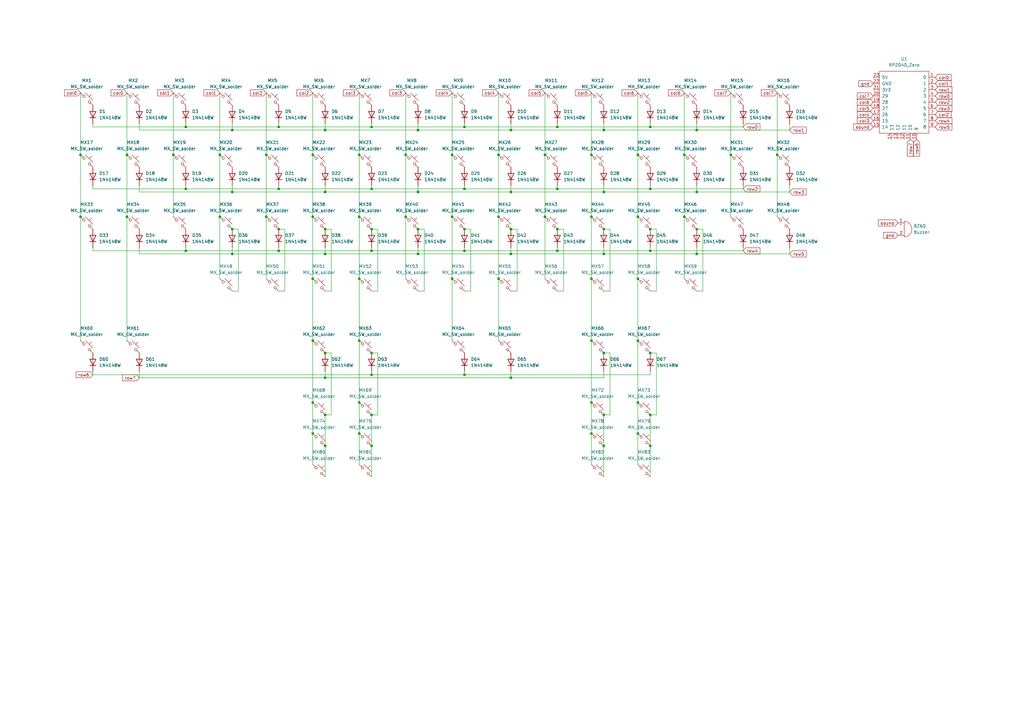
<source format=kicad_sch>
(kicad_sch (version 20231120) (generator "eeschema") (generator_version "8.0")
  (paper "A3")
  (title_block (title "numkin: an ortholinear low profile keyboard"))
  (junction (at 52.07 63.5))
  (junction (at 261.62 177.8))
  (junction (at 247.65 170.18))
  (junction (at 242.57 63.5))
  (junction (at 147.32 177.8))
  (junction (at 223.52 63.5))
  (junction (at 185.42 88.9))
  (junction (at 128.27 114.3))
  (junction (at 242.57 177.8))
  (junction (at 190.5 77.47))
  (junction (at 33.02 63.5))
  (junction (at 147.32 139.7))
  (junction (at 133.35 93.98))
  (junction (at 152.4 153.67))
  (junction (at 171.45 53.34))
  (junction (at 190.5 102.87))
  (junction (at 133.35 154.94))
  (junction (at 109.22 88.9))
  (junction (at 147.32 165.1))
  (junction (at 133.35 104.14))
  (junction (at 147.32 114.3))
  (junction (at 185.42 114.3))
  (junction (at 204.47 88.9))
  (junction (at 209.55 78.74))
  (junction (at 285.75 53.34))
  (junction (at 90.17 88.9))
  (junction (at 190.5 93.98))
  (junction (at 266.7 102.87))
  (junction (at 152.4 182.88))
  (junction (at 266.7 77.47))
  (junction (at 52.07 88.9))
  (junction (at 171.45 104.14))
  (junction (at 204.47 114.3))
  (junction (at 33.02 88.9))
  (junction (at 128.27 139.7))
  (junction (at 128.27 88.9))
  (junction (at 128.27 165.1))
  (junction (at 209.55 53.34))
  (junction (at 209.55 104.14))
  (junction (at 152.4 93.98))
  (junction (at 247.65 78.74))
  (junction (at 261.62 165.1))
  (junction (at 133.35 78.74))
  (junction (at 266.7 170.18))
  (junction (at 128.27 63.5))
  (junction (at 128.27 177.8))
  (junction (at 228.6 102.87))
  (junction (at 114.3 52.07))
  (junction (at 242.57 114.3))
  (junction (at 114.3 93.98))
  (junction (at 261.62 139.7))
  (junction (at 114.3 77.47))
  (junction (at 280.67 63.5))
  (junction (at 285.75 78.74))
  (junction (at 185.42 63.5))
  (junction (at 152.4 52.07))
  (junction (at 209.55 154.94))
  (junction (at 152.4 144.78))
  (junction (at 171.45 78.74))
  (junction (at 152.4 170.18))
  (junction (at 228.6 77.47))
  (junction (at 247.65 93.98))
  (junction (at 247.65 104.14))
  (junction (at 95.25 53.34))
  (junction (at 147.32 63.5))
  (junction (at 190.5 52.07))
  (junction (at 114.3 102.87))
  (junction (at 204.47 63.5))
  (junction (at 242.57 88.9))
  (junction (at 109.22 63.5))
  (junction (at 166.37 88.9))
  (junction (at 152.4 102.87))
  (junction (at 71.12 63.5))
  (junction (at 95.25 104.14))
  (junction (at 261.62 114.3))
  (junction (at 242.57 165.1))
  (junction (at 228.6 52.07))
  (junction (at 266.7 93.98))
  (junction (at 247.65 53.34))
  (junction (at 171.45 93.98))
  (junction (at 242.57 139.7))
  (junction (at 266.7 182.88))
  (junction (at 266.7 144.78))
  (junction (at 299.72 63.5))
  (junction (at 95.25 93.98))
  (junction (at 190.5 153.67))
  (junction (at 247.65 144.78))
  (junction (at 76.2 77.47))
  (junction (at 261.62 63.5))
  (junction (at 133.35 170.18))
  (junction (at 228.6 93.98))
  (junction (at 76.2 52.07))
  (junction (at 147.32 88.9))
  (junction (at 76.2 102.87))
  (junction (at 95.25 78.74))
  (junction (at 133.35 53.34))
  (junction (at 90.17 63.5))
  (junction (at 133.35 144.78))
  (junction (at 285.75 104.14))
  (junction (at 266.7 52.07))
  (junction (at 152.4 77.47))
  (junction (at 223.52 88.9))
  (junction (at 318.77 63.5))
  (junction (at 133.35 182.88))
  (junction (at 280.67 88.9))
  (junction (at 285.75 93.98))
  (junction (at 209.55 93.98))
  (junction (at 247.65 182.88))
  (junction (at 166.37 63.5))
  (junction (at 261.62 88.9))
  (wire (pts (xy 116.84 119.38) (xy 114.3 119.38)))
  (wire (pts (xy 166.37 38.1) (xy 166.37 63.5)))
  (wire (pts (xy 190.5 93.98) (xy 193.04 93.98)))
  (wire (pts (xy 228.6 101.6) (xy 228.6 102.87)))
  (wire (pts (xy 109.22 38.1) (xy 109.22 63.5)))
  (wire (pts (xy 266.7 52.07) (xy 304.8 52.07)))
  (wire (pts (xy 147.32 63.5) (xy 147.32 88.9)))
  (wire (pts (xy 204.47 88.9) (xy 204.47 114.3)))
  (wire (pts (xy 250.19 144.78) (xy 247.65 144.78)))
  (wire (pts (xy 266.7 182.88) (xy 266.7 195.58)))
  (wire (pts (xy 71.12 63.5) (xy 71.12 88.9)))
  (wire (pts (xy 266.7 102.87) (xy 304.8 102.87)))
  (wire (pts (xy 285.75 50.8) (xy 285.75 53.34)))
  (wire (pts (xy 193.04 119.38) (xy 190.5 119.38)))
  (wire (pts (xy 242.57 114.3) (xy 242.57 139.7)))
  (wire (pts (xy 76.2 102.87) (xy 114.3 102.87)))
  (wire (pts (xy 269.24 93.98) (xy 269.24 119.38)))
  (wire (pts (xy 128.27 165.1) (xy 128.27 177.8)))
  (wire (pts (xy 147.32 114.3) (xy 147.32 139.7)))
  (wire (pts (xy 318.77 38.1) (xy 318.77 63.5)))
  (wire (pts (xy 269.24 119.38) (xy 266.7 119.38)))
  (wire (pts (xy 38.1 76.2) (xy 38.1 77.47)))
  (wire (pts (xy 133.35 78.74) (xy 95.25 78.74)))
  (wire (pts (xy 152.4 76.2) (xy 152.4 77.47)))
  (wire (pts (xy 76.2 52.07) (xy 114.3 52.07)))
  (wire (pts (xy 190.5 102.87) (xy 228.6 102.87)))
  (wire (pts (xy 171.45 78.74) (xy 133.35 78.74)))
  (wire (pts (xy 133.35 76.2) (xy 133.35 78.74)))
  (wire (pts (xy 228.6 93.98) (xy 231.14 93.98)))
  (wire (pts (xy 209.55 93.98) (xy 212.09 93.98)))
  (wire (pts (xy 109.22 63.5) (xy 109.22 88.9)))
  (wire (pts (xy 323.85 50.8) (xy 323.85 53.34)))
  (wire (pts (xy 247.65 78.74) (xy 209.55 78.74)))
  (wire (pts (xy 171.45 53.34) (xy 133.35 53.34)))
  (wire (pts (xy 242.57 38.1) (xy 242.57 63.5)))
  (wire (pts (xy 128.27 114.3) (xy 128.27 139.7)))
  (wire (pts (xy 116.84 93.98) (xy 116.84 119.38)))
  (wire (pts (xy 223.52 88.9) (xy 223.52 114.3)))
  (wire (pts (xy 304.8 77.47) (xy 304.8 76.2)))
  (wire (pts (xy 250.19 144.78) (xy 250.19 170.18)))
  (wire (pts (xy 38.1 152.4) (xy 38.1 153.67)))
  (wire (pts (xy 95.25 76.2) (xy 95.25 78.74)))
  (wire (pts (xy 285.75 104.14) (xy 247.65 104.14)))
  (wire (pts (xy 247.65 93.98) (xy 250.19 93.98)))
  (wire (pts (xy 228.6 102.87) (xy 266.7 102.87)))
  (wire (pts (xy 261.62 88.9) (xy 261.62 114.3)))
  (wire (pts (xy 190.5 153.67) (xy 266.7 153.67)))
  (wire (pts (xy 209.55 50.8) (xy 209.55 53.34)))
  (wire (pts (xy 114.3 102.87) (xy 152.4 102.87)))
  (wire (pts (xy 114.3 52.07) (xy 152.4 52.07)))
  (wire (pts (xy 261.62 114.3) (xy 261.62 139.7)))
  (wire (pts (xy 71.12 38.1) (xy 71.12 63.5)))
  (wire (pts (xy 323.85 104.14) (xy 285.75 104.14)))
  (wire (pts (xy 285.75 78.74) (xy 247.65 78.74)))
  (wire (pts (xy 135.89 144.78) (xy 135.89 170.18)))
  (wire (pts (xy 57.15 78.74) (xy 57.15 76.2)))
  (wire (pts (xy 152.4 170.18) (xy 152.4 182.88)))
  (wire (pts (xy 76.2 50.8) (xy 76.2 52.07)))
  (wire (pts (xy 285.75 53.34) (xy 247.65 53.34)))
  (wire (pts (xy 133.35 104.14) (xy 95.25 104.14)))
  (wire (pts (xy 318.77 63.5) (xy 318.77 88.9)))
  (wire (pts (xy 247.65 104.14) (xy 209.55 104.14)))
  (wire (pts (xy 38.1 102.87) (xy 76.2 102.87)))
  (wire (pts (xy 212.09 93.98) (xy 212.09 119.38)))
  (wire (pts (xy 209.55 104.14) (xy 171.45 104.14)))
  (wire (pts (xy 154.94 144.78) (xy 154.94 170.18)))
  (wire (pts (xy 266.7 144.78) (xy 269.24 144.78)))
  (wire (pts (xy 152.4 52.07) (xy 190.5 52.07)))
  (wire (pts (xy 228.6 52.07) (xy 266.7 52.07)))
  (wire (pts (xy 152.4 77.47) (xy 190.5 77.47)))
  (wire (pts (xy 299.72 63.5) (xy 299.72 88.9)))
  (wire (pts (xy 288.29 93.98) (xy 288.29 119.38)))
  (wire (pts (xy 204.47 63.5) (xy 204.47 88.9)))
  (wire (pts (xy 190.5 101.6) (xy 190.5 102.87)))
  (wire (pts (xy 323.85 76.2) (xy 323.85 78.74)))
  (wire (pts (xy 209.55 154.94) (xy 133.35 154.94)))
  (wire (pts (xy 242.57 165.1) (xy 242.57 177.8)))
  (wire (pts (xy 228.6 50.8) (xy 228.6 52.07)))
  (wire (pts (xy 247.65 53.34) (xy 209.55 53.34)))
  (wire (pts (xy 90.17 63.5) (xy 90.17 88.9)))
  (wire (pts (xy 261.62 38.1) (xy 261.62 63.5)))
  (wire (pts (xy 212.09 119.38) (xy 209.55 119.38)))
  (wire (pts (xy 109.22 88.9) (xy 109.22 114.3)))
  (wire (pts (xy 269.24 144.78) (xy 269.24 170.18)))
  (wire (pts (xy 266.7 170.18) (xy 266.7 182.88)))
  (wire (pts (xy 250.19 119.38) (xy 247.65 119.38)))
  (wire (pts (xy 95.25 78.74) (xy 57.15 78.74)))
  (wire (pts (xy 185.42 38.1) (xy 185.42 63.5)))
  (wire (pts (xy 97.79 93.98) (xy 97.79 119.38)))
  (wire (pts (xy 147.32 177.8) (xy 147.32 190.5)))
  (wire (pts (xy 285.75 76.2) (xy 285.75 78.74)))
  (wire (pts (xy 280.67 88.9) (xy 280.67 114.3)))
  (wire (pts (xy 152.4 101.6) (xy 152.4 102.87)))
  (wire (pts (xy 166.37 63.5) (xy 166.37 88.9)))
  (wire (pts (xy 133.35 50.8) (xy 133.35 53.34)))
  (wire (pts (xy 166.37 88.9) (xy 166.37 114.3)))
  (wire (pts (xy 209.55 53.34) (xy 171.45 53.34)))
  (wire (pts (xy 152.4 152.4) (xy 152.4 153.67)))
  (wire (pts (xy 95.25 101.6) (xy 95.25 104.14)))
  (wire (pts (xy 247.65 152.4) (xy 247.65 154.94)))
  (wire (pts (xy 228.6 77.47) (xy 266.7 77.47)))
  (wire (pts (xy 135.89 93.98) (xy 135.89 119.38)))
  (wire (pts (xy 185.42 63.5) (xy 185.42 88.9)))
  (wire (pts (xy 247.65 50.8) (xy 247.65 53.34)))
  (wire (pts (xy 52.07 63.5) (xy 52.07 88.9)))
  (wire (pts (xy 76.2 77.47) (xy 114.3 77.47)))
  (wire (pts (xy 204.47 114.3) (xy 204.47 139.7)))
  (wire (pts (xy 288.29 119.38) (xy 285.75 119.38)))
  (wire (pts (xy 242.57 177.8) (xy 242.57 190.5)))
  (wire (pts (xy 38.1 153.67) (xy 152.4 153.67)))
  (wire (pts (xy 185.42 88.9) (xy 185.42 114.3)))
  (wire (pts (xy 57.15 104.14) (xy 57.15 101.6)))
  (wire (pts (xy 76.2 101.6) (xy 76.2 102.87)))
  (wire (pts (xy 33.02 88.9) (xy 33.02 139.7)))
  (wire (pts (xy 304.8 102.87) (xy 304.8 101.6)))
  (wire (pts (xy 33.02 38.1) (xy 33.02 63.5)))
  (wire (pts (xy 173.99 93.98) (xy 173.99 119.38)))
  (wire (pts (xy 135.89 119.38) (xy 133.35 119.38)))
  (wire (pts (xy 114.3 93.98) (xy 116.84 93.98)))
  (wire (pts (xy 147.32 88.9) (xy 147.32 114.3)))
  (wire (pts (xy 250.19 170.18) (xy 247.65 170.18)))
  (wire (pts (xy 323.85 78.74) (xy 285.75 78.74)))
  (wire (pts (xy 280.67 38.1) (xy 280.67 63.5)))
  (wire (pts (xy 133.35 154.94) (xy 57.15 154.94)))
  (wire (pts (xy 209.55 76.2) (xy 209.55 78.74)))
  (wire (pts (xy 90.17 88.9) (xy 90.17 114.3)))
  (wire (pts (xy 266.7 93.98) (xy 269.24 93.98)))
  (wire (pts (xy 95.25 93.98) (xy 97.79 93.98)))
  (wire (pts (xy 128.27 88.9) (xy 128.27 114.3)))
  (wire (pts (xy 154.94 119.38) (xy 152.4 119.38)))
  (wire (pts (xy 114.3 101.6) (xy 114.3 102.87)))
  (wire (pts (xy 261.62 177.8) (xy 261.62 190.5)))
  (wire (pts (xy 171.45 93.98) (xy 173.99 93.98)))
  (wire (pts (xy 266.7 50.8) (xy 266.7 52.07)))
  (wire (pts (xy 147.32 38.1) (xy 147.32 63.5)))
  (wire (pts (xy 152.4 182.88) (xy 152.4 195.58)))
  (wire (pts (xy 242.57 88.9) (xy 242.57 114.3)))
  (wire (pts (xy 223.52 63.5) (xy 223.52 88.9)))
  (wire (pts (xy 285.75 93.98) (xy 288.29 93.98)))
  (wire (pts (xy 193.04 93.98) (xy 193.04 119.38)))
  (wire (pts (xy 304.8 52.07) (xy 304.8 50.8)))
  (wire (pts (xy 57.15 154.94) (xy 57.15 152.4)))
  (wire (pts (xy 242.57 139.7) (xy 242.57 165.1)))
  (wire (pts (xy 147.32 165.1) (xy 147.32 177.8)))
  (wire (pts (xy 190.5 76.2) (xy 190.5 77.47)))
  (wire (pts (xy 171.45 76.2) (xy 171.45 78.74)))
  (wire (pts (xy 133.35 170.18) (xy 133.35 182.88)))
  (wire (pts (xy 247.65 76.2) (xy 247.65 78.74)))
  (wire (pts (xy 152.4 93.98) (xy 154.94 93.98)))
  (wire (pts (xy 247.65 182.88) (xy 247.65 195.58)))
  (wire (pts (xy 185.42 114.3) (xy 185.42 139.7)))
  (wire (pts (xy 154.94 170.18) (xy 152.4 170.18)))
  (wire (pts (xy 250.19 93.98) (xy 250.19 119.38)))
  (wire (pts (xy 242.57 63.5) (xy 242.57 88.9)))
  (wire (pts (xy 190.5 52.07) (xy 228.6 52.07)))
  (wire (pts (xy 135.89 170.18) (xy 133.35 170.18)))
  (wire (pts (xy 128.27 38.1) (xy 128.27 63.5)))
  (wire (pts (xy 38.1 52.07) (xy 76.2 52.07)))
  (wire (pts (xy 285.75 101.6) (xy 285.75 104.14)))
  (wire (pts (xy 154.94 93.98) (xy 154.94 119.38)))
  (wire (pts (xy 33.02 63.5) (xy 33.02 88.9)))
  (wire (pts (xy 152.4 102.87) (xy 190.5 102.87)))
  (wire (pts (xy 223.52 38.1) (xy 223.52 63.5)))
  (wire (pts (xy 95.25 50.8) (xy 95.25 53.34)))
  (wire (pts (xy 231.14 119.38) (xy 228.6 119.38)))
  (wire (pts (xy 133.35 53.34) (xy 95.25 53.34)))
  (wire (pts (xy 190.5 50.8) (xy 190.5 52.07)))
  (wire (pts (xy 133.35 152.4) (xy 133.35 154.94)))
  (wire (pts (xy 204.47 38.1) (xy 204.47 63.5)))
  (wire (pts (xy 133.35 93.98) (xy 135.89 93.98)))
  (wire (pts (xy 171.45 101.6) (xy 171.45 104.14)))
  (wire (pts (xy 299.72 38.1) (xy 299.72 63.5)))
  (wire (pts (xy 171.45 104.14) (xy 133.35 104.14)))
  (wire (pts (xy 261.62 63.5) (xy 261.62 88.9)))
  (wire (pts (xy 173.99 119.38) (xy 171.45 119.38)))
  (wire (pts (xy 266.7 76.2) (xy 266.7 77.47)))
  (wire (pts (xy 57.15 50.8) (xy 57.15 53.34)))
  (wire (pts (xy 135.89 144.78) (xy 133.35 144.78)))
  (wire (pts (xy 114.3 50.8) (xy 114.3 52.07)))
  (wire (pts (xy 247.65 154.94) (xy 209.55 154.94)))
  (wire (pts (xy 114.3 76.2) (xy 114.3 77.47)))
  (wire (pts (xy 209.55 101.6) (xy 209.55 104.14)))
  (wire (pts (xy 152.4 153.67) (xy 190.5 153.67)))
  (wire (pts (xy 323.85 53.34) (xy 285.75 53.34)))
  (wire (pts (xy 261.62 165.1) (xy 261.62 177.8)))
  (wire (pts (xy 247.65 170.18) (xy 247.65 182.88)))
  (wire (pts (xy 97.79 119.38) (xy 95.25 119.38)))
  (wire (pts (xy 128.27 139.7) (xy 128.27 165.1)))
  (wire (pts (xy 266.7 77.47) (xy 304.8 77.47)))
  (wire (pts (xy 128.27 177.8) (xy 128.27 190.5)))
  (wire (pts (xy 95.25 53.34) (xy 57.15 53.34)))
  (wire (pts (xy 52.07 38.1) (xy 52.07 63.5)))
  (wire (pts (xy 154.94 144.78) (xy 152.4 144.78)))
  (wire (pts (xy 228.6 76.2) (xy 228.6 77.47)))
  (wire (pts (xy 38.1 101.6) (xy 38.1 102.87)))
  (wire (pts (xy 90.17 38.1) (xy 90.17 63.5)))
  (wire (pts (xy 269.24 170.18) (xy 266.7 170.18)))
  (wire (pts (xy 133.35 182.88) (xy 133.35 195.58)))
  (wire (pts (xy 128.27 63.5) (xy 128.27 88.9)))
  (wire (pts (xy 38.1 77.47) (xy 76.2 77.47)))
  (wire (pts (xy 209.55 152.4) (xy 209.55 154.94)))
  (wire (pts (xy 266.7 153.67) (xy 266.7 152.4)))
  (wire (pts (xy 190.5 77.47) (xy 228.6 77.47)))
  (wire (pts (xy 266.7 101.6) (xy 266.7 102.87)))
  (wire (pts (xy 171.45 50.8) (xy 171.45 53.34)))
  (wire (pts (xy 247.65 101.6) (xy 247.65 104.14)))
  (wire (pts (xy 114.3 77.47) (xy 152.4 77.47)))
  (wire (pts (xy 261.62 139.7) (xy 261.62 165.1)))
  (wire (pts (xy 323.85 101.6) (xy 323.85 104.14)))
  (wire (pts (xy 190.5 152.4) (xy 190.5 153.67)))
  (wire (pts (xy 133.35 101.6) (xy 133.35 104.14)))
  (wire (pts (xy 231.14 93.98) (xy 231.14 119.38)))
  (wire (pts (xy 38.1 50.8) (xy 38.1 52.07)))
  (wire (pts (xy 209.55 78.74) (xy 171.45 78.74)))
  (wire (pts (xy 147.32 139.7) (xy 147.32 165.1)))
  (wire (pts (xy 95.25 104.14) (xy 57.15 104.14)))
  (wire (pts (xy 76.2 76.2) (xy 76.2 77.47)))
  (wire (pts (xy 280.67 63.5) (xy 280.67 88.9)))
  (wire (pts (xy 52.07 88.9) (xy 52.07 139.7)))
  (wire (pts (xy 152.4 50.8) (xy 152.4 52.07)))
  (global_label "gnd" (shape input) (at 358.14 34.29 180) (property "Intersheetrefs" "${INTERSHEET_REFS}" (effects (hide yes))))
  (global_label "sound" (shape input) (at 368.3 91.44 180) (property "Intersheetrefs" "${INTERSHEET_REFS}" (effects (hide yes))))
  (global_label "col2" (shape input) (at 128.27 38.1 180) (property "Intersheetrefs" "${INTERSHEET_REFS}" (effects (hide yes))))
  (global_label "row7" (shape input) (at 57.15 154.94 180) (property "Intersheetrefs" "${INTERSHEET_REFS}" (effects (hide yes))))
  (global_label "col1" (shape input) (at 71.12 38.1 180) (property "Intersheetrefs" "${INTERSHEET_REFS}" (effects (hide yes))))
  (global_label "col1" (shape input) (at 90.17 38.1 180) (property "Intersheetrefs" "${INTERSHEET_REFS}" (effects (hide yes))))
  (global_label "gnd" (shape input) (at 368.3 96.52 180) (property "Intersheetrefs" "${INTERSHEET_REFS}" (effects (hide yes))))
  (global_label "col3" (shape input) (at 147.32 38.1 180) (property "Intersheetrefs" "${INTERSHEET_REFS}" (effects (hide yes))))
  (global_label "sound" (shape input) (at 358.14 52.07 180) (property "Intersheetrefs" "${INTERSHEET_REFS}" (effects (hide yes))))
  (global_label "row0" (shape input) (at 304.8 52.07 0) (property "Intersheetrefs" "${INTERSHEET_REFS}" (effects (hide yes))))
  (global_label "col5" (shape input) (at 358.14 44.45 180) (property "Intersheetrefs" "${INTERSHEET_REFS}" (effects (hide yes))))
  (global_label "col7" (shape input) (at 358.14 39.37 180) (property "Intersheetrefs" "${INTERSHEET_REFS}" (effects (hide yes))))
  (global_label "col5" (shape input) (at 242.57 38.1 180) (property "Intersheetrefs" "${INTERSHEET_REFS}" (effects (hide yes))))
  (global_label "row4" (shape input) (at 383.54 49.53 0) (property "Intersheetrefs" "${INTERSHEET_REFS}" (effects (hide yes))))
  (global_label "row1" (shape input) (at 383.54 36.83 0) (property "Intersheetrefs" "${INTERSHEET_REFS}" (effects (hide yes))))
  (global_label "row2" (shape input) (at 383.54 41.91 0) (property "Intersheetrefs" "${INTERSHEET_REFS}" (effects (hide yes))))
  (global_label "row4" (shape input) (at 304.8 102.87 0) (property "Intersheetrefs" "${INTERSHEET_REFS}" (effects (hide yes))))
  (global_label "col5" (shape input) (at 223.52 38.1 180) (property "Intersheetrefs" "${INTERSHEET_REFS}" (effects (hide yes))))
  (global_label "row3" (shape input) (at 323.85 78.74 0) (property "Intersheetrefs" "${INTERSHEET_REFS}" (effects (hide yes))))
  (global_label "col6" (shape input) (at 280.67 38.1 180) (property "Intersheetrefs" "${INTERSHEET_REFS}" (effects (hide yes))))
  (global_label "col6" (shape input) (at 358.14 41.91 180) (property "Intersheetrefs" "${INTERSHEET_REFS}" (effects (hide yes))))
  (global_label "col7" (shape input) (at 318.77 38.1 180) (property "Intersheetrefs" "${INTERSHEET_REFS}" (effects (hide yes))))
  (global_label "col1" (shape input) (at 383.54 34.29 0) (property "Intersheetrefs" "${INTERSHEET_REFS}" (effects (hide yes))))
  (global_label "row6" (shape input) (at 375.92 57.15 270) (property "Intersheetrefs" "${INTERSHEET_REFS}" (effects (hide yes))))
  (global_label "col6" (shape input) (at 261.62 38.1 180) (property "Intersheetrefs" "${INTERSHEET_REFS}" (effects (hide yes))))
  (global_label "row3" (shape input) (at 383.54 44.45 0) (property "Intersheetrefs" "${INTERSHEET_REFS}" (effects (hide yes))))
  (global_label "row0" (shape input) (at 383.54 39.37 0) (property "Intersheetrefs" "${INTERSHEET_REFS}" (effects (hide yes))))
  (global_label "row2" (shape input) (at 304.8 77.47 0) (property "Intersheetrefs" "${INTERSHEET_REFS}" (effects (hide yes))))
  (global_label "col4" (shape input) (at 358.14 46.99 180) (property "Intersheetrefs" "${INTERSHEET_REFS}" (effects (hide yes))))
  (global_label "col0" (shape input) (at 33.02 38.1 180) (property "Intersheetrefs" "${INTERSHEET_REFS}" (effects (hide yes))))
  (global_label "row7" (shape input) (at 373.38 57.15 270) (property "Intersheetrefs" "${INTERSHEET_REFS}" (effects (hide yes))))
  (global_label "row6" (shape input) (at 38.1 153.67 180) (property "Intersheetrefs" "${INTERSHEET_REFS}" (effects (hide yes))))
  (global_label "col3" (shape input) (at 166.37 38.1 180) (property "Intersheetrefs" "${INTERSHEET_REFS}" (effects (hide yes))))
  (global_label "row5" (shape input) (at 383.54 52.07 0) (property "Intersheetrefs" "${INTERSHEET_REFS}" (effects (hide yes))))
  (global_label "col2" (shape input) (at 109.22 38.1 180) (property "Intersheetrefs" "${INTERSHEET_REFS}" (effects (hide yes))))
  (global_label "col4" (shape input) (at 204.47 38.1 180) (property "Intersheetrefs" "${INTERSHEET_REFS}" (effects (hide yes))))
  (global_label "col0" (shape input) (at 383.54 31.75 0) (property "Intersheetrefs" "${INTERSHEET_REFS}" (effects (hide yes))))
  (global_label "row1" (shape input) (at 323.85 53.34 0) (property "Intersheetrefs" "${INTERSHEET_REFS}" (effects (hide yes))))
  (global_label "col2" (shape input) (at 383.54 46.99 0) (property "Intersheetrefs" "${INTERSHEET_REFS}" (effects (hide yes))))
  (global_label "col3" (shape input) (at 358.14 49.53 180) (property "Intersheetrefs" "${INTERSHEET_REFS}" (effects (hide yes))))
  (global_label "col0" (shape input) (at 52.07 38.1 180) (property "Intersheetrefs" "${INTERSHEET_REFS}" (effects (hide yes))))
  (global_label "col4" (shape input) (at 185.42 38.1 180) (property "Intersheetrefs" "${INTERSHEET_REFS}" (effects (hide yes))))
  (global_label "col7" (shape input) (at 299.72 38.1 180) (property "Intersheetrefs" "${INTERSHEET_REFS}" (effects (hide yes))))
  (global_label "row5" (shape input) (at 323.85 104.14 0) (property "Intersheetrefs" "${INTERSHEET_REFS}" (effects (hide yes))))
  (symbol (lib_id "PCM_marbastlib-mx:MX_SW_solder") (at 264.16 91.44 0) (unit 1)
    (property "Reference" "MX45" (at 264.16 83.82 0))
    (property "Value" "MX_SW_solder" (at 264.16 86.36 0))
    (property "Footprint" "1000eyed-mx+glp:SW_MX+GLP_1u" (effects (hide yes)))
    (property "Description" "Push button switch, normally open, two pins, 45° tilted" (effects (hide yes)))
  )
  (symbol (lib_id "Diode:1N4148W") (at 38.1 148.59 90) (unit 1)
    (property "Reference" "D60" (at 40.64 147.3199 90) (effects (justify right)))
    (property "Value" "1N4148W" (at 40.64 149.8599 90) (effects (justify right)))
    (property "Footprint" "ScottoKeebs_Components:Diode_SOD-123" (effects (hide yes)))
    (property "Datasheet" "https://www.vishay.com/docs/85748/1n4148w.pdf" (effects (hide yes)))
    (property "Description" "75V 0.15A Fast Switching Diode, SOD-123" (effects (hide yes)))
    (property "Sim.Device" "D" (effects (hide yes)))
    (property "Sim.Pins" "1=K 2=A" (effects (hide yes)))
  )
  (symbol (lib_id "Diode:1N4148W") (at 95.25 97.79 90) (unit 1)
    (property "Reference" "D36" (at 97.79 96.5199 90) (effects (justify right)))
    (property "Value" "1N4148W" (at 97.79 99.0599 90) (effects (justify right)))
    (property "Footprint" "ScottoKeebs_Components:Diode_SOD-123" (effects (hide yes)))
    (property "Datasheet" "https://www.vishay.com/docs/85748/1n4148w.pdf" (effects (hide yes)))
    (property "Description" "75V 0.15A Fast Switching Diode, SOD-123" (effects (hide yes)))
    (property "Sim.Device" "D" (effects (hide yes)))
    (property "Sim.Pins" "1=K 2=A" (effects (hide yes)))
  )
  (symbol (lib_id "Device:Buzzer") (at 370.84 93.98 0) (unit 1)
    (property "Reference" "BZ60" (at 374.65 92.7099 0) (effects (justify left)))
    (property "Value" "Buzzer" (at 374.65 95.2499 0) (effects (justify left)))
    (property "Footprint" "1000eyed-mx+glp:KLJ-1102" (effects (hide yes)))
    (property "Description" "Buzzer, polarized" (effects (hide yes)))
  )
  (symbol (lib_id "PCM_marbastlib-mx:MX_SW_solder") (at 187.96 40.64 0) (unit 1)
    (property "Reference" "MX9" (at 187.96 33.02 0))
    (property "Value" "MX_SW_solder" (at 187.96 35.56 0))
    (property "Footprint" "1000eyed-mx+glp:SW_MX+GLP_1u" (effects (hide yes)))
    (property "Description" "Push button switch, normally open, two pins, 45° tilted" (effects (hide yes)))
  )
  (symbol (lib_id "PCM_marbastlib-mx:MX_SW_solder") (at 187.96 91.44 0) (unit 1)
    (property "Reference" "MX41" (at 187.96 83.82 0))
    (property "Value" "MX_SW_solder" (at 187.96 86.36 0))
    (property "Footprint" "1000eyed-mx+glp:SW_MX+GLP_1u" (effects (hide yes)))
    (property "Description" "Push button switch, normally open, two pins, 45° tilted" (effects (hide yes)))
  )
  (symbol (lib_id "Diode:1N4148W") (at 247.65 148.59 90) (unit 1)
    (property "Reference" "D66" (at 250.19 147.3199 90) (effects (justify right)))
    (property "Value" "1N4148W" (at 250.19 149.8599 90) (effects (justify right)))
    (property "Footprint" "ScottoKeebs_Components:Diode_SOD-123" (effects (hide yes)))
    (property "Datasheet" "https://www.vishay.com/docs/85748/1n4148w.pdf" (effects (hide yes)))
    (property "Description" "75V 0.15A Fast Switching Diode, SOD-123" (effects (hide yes)))
    (property "Sim.Device" "D" (effects (hide yes)))
    (property "Sim.Pins" "1=K 2=A" (effects (hide yes)))
  )
  (symbol (lib_id "PCM_marbastlib-mx:MX_SW_solder") (at 264.16 180.34 0) (unit 1)
    (property "Reference" "MX79" (at 264.16 172.72 0))
    (property "Value" "MX_SW_solder" (at 264.16 175.26 0))
    (property "Footprint" "1000eyed-mx+glp:SW_MX+GLP_1u" (effects (hide yes)))
    (property "Description" "Push button switch, normally open, two pins, 45° tilted" (effects (hide yes)))
  )
  (symbol (lib_id "Diode:1N4148W") (at 114.3 72.39 90) (unit 1)
    (property "Reference" "D21" (at 116.84 71.1199 90) (effects (justify right)))
    (property "Value" "1N4148W" (at 116.84 73.6599 90) (effects (justify right)))
    (property "Footprint" "ScottoKeebs_Components:Diode_SOD-123" (effects (hide yes)))
    (property "Datasheet" "https://www.vishay.com/docs/85748/1n4148w.pdf" (effects (hide yes)))
    (property "Description" "75V 0.15A Fast Switching Diode, SOD-123" (effects (hide yes)))
    (property "Sim.Device" "D" (effects (hide yes)))
    (property "Sim.Pins" "1=K 2=A" (effects (hide yes)))
  )
  (symbol (lib_id "PCM_marbastlib-mx:MX_SW_solder") (at 149.86 66.04 0) (unit 1)
    (property "Reference" "MX23" (at 149.86 58.42 0))
    (property "Value" "MX_SW_solder" (at 149.86 60.96 0))
    (property "Footprint" "1000eyed-mx+glp:SW_MX+GLP_1u" (effects (hide yes)))
    (property "Description" "Push button switch, normally open, two pins, 45° tilted" (effects (hide yes)))
  )
  (symbol (lib_id "Diode:1N4148W") (at 266.7 46.99 90) (unit 1)
    (property "Reference" "D13" (at 269.24 45.7199 90) (effects (justify right)))
    (property "Value" "1N4148W" (at 269.24 48.2599 90) (effects (justify right)))
    (property "Footprint" "ScottoKeebs_Components:Diode_SOD-123" (effects (hide yes)))
    (property "Datasheet" "https://www.vishay.com/docs/85748/1n4148w.pdf" (effects (hide yes)))
    (property "Description" "75V 0.15A Fast Switching Diode, SOD-123" (effects (hide yes)))
    (property "Sim.Device" "D" (effects (hide yes)))
    (property "Sim.Pins" "1=K 2=A" (effects (hide yes)))
  )
  (symbol (lib_id "PCM_marbastlib-mx:MX_SW_solder") (at 283.21 40.64 0) (unit 1)
    (property "Reference" "MX14" (at 283.21 33.02 0))
    (property "Value" "MX_SW_solder" (at 283.21 35.56 0))
    (property "Footprint" "1000eyed-mx+glp:SW_MX+GLP_1u" (effects (hide yes)))
    (property "Description" "Push button switch, normally open, two pins, 45° tilted" (effects (hide yes)))
  )
  (symbol (lib_id "PCM_marbastlib-mx:MX_SW_solder") (at 149.86 167.64 0) (unit 1)
    (property "Reference" "MX69" (at 149.86 160.02 0))
    (property "Value" "MX_SW_solder" (at 149.86 162.56 0))
    (property "Footprint" "1000eyed-mx+glp:SW_MX+GLP_1u" (effects (hide yes)))
    (property "Description" "Push button switch, normally open, two pins, 45° tilted" (effects (hide yes)))
  )
  (symbol (lib_id "PCM_marbastlib-mx:MX_SW_solder") (at 54.61 66.04 0) (unit 1)
    (property "Reference" "MX18" (at 54.61 58.42 0))
    (property "Value" "MX_SW_solder" (at 54.61 60.96 0))
    (property "Footprint" "1000eyed-mx+glp:SW_MX+GLP_1u" (effects (hide yes)))
    (property "Description" "Push button switch, normally open, two pins, 45° tilted" (effects (hide yes)))
  )
  (symbol (lib_id "PCM_marbastlib-mx:MX_SW_solder") (at 35.56 91.44 0) (unit 1)
    (property "Reference" "MX33" (at 35.56 83.82 0))
    (property "Value" "MX_SW_solder" (at 35.56 86.36 0))
    (property "Footprint" "1000eyed-mx+glp:SW_MX+GLP_1u" (effects (hide yes)))
    (property "Description" "Push button switch, normally open, two pins, 45° tilted" (effects (hide yes)))
  )
  (symbol (lib_id "PCM_marbastlib-mx:MX_SW_solder") (at 302.26 40.64 0) (unit 1)
    (property "Reference" "MX15" (at 302.26 33.02 0))
    (property "Value" "MX_SW_solder" (at 302.26 35.56 0))
    (property "Footprint" "1000eyed-mx+glp:SW_MX+GLP_1u" (effects (hide yes)))
    (property "Description" "Push button switch, normally open, two pins, 45° tilted" (effects (hide yes)))
  )
  (symbol (lib_id "PCM_marbastlib-mx:MX_SW_solder") (at 264.16 66.04 0) (unit 1)
    (property "Reference" "MX29" (at 264.16 58.42 0))
    (property "Value" "MX_SW_solder" (at 264.16 60.96 0))
    (property "Footprint" "1000eyed-mx+glp:SW_MX+GLP_1u" (effects (hide yes)))
    (property "Description" "Push button switch, normally open, two pins, 45° tilted" (effects (hide yes)))
  )
  (symbol (lib_id "Diode:1N4148W") (at 57.15 46.99 90) (unit 1)
    (property "Reference" "D2" (at 59.69 45.7199 90) (effects (justify right)))
    (property "Value" "1N4148W" (at 59.69 48.2599 90) (effects (justify right)))
    (property "Footprint" "ScottoKeebs_Components:Diode_SOD-123" (effects (hide yes)))
    (property "Datasheet" "https://www.vishay.com/docs/85748/1n4148w.pdf" (effects (hide yes)))
    (property "Description" "75V 0.15A Fast Switching Diode, SOD-123" (effects (hide yes)))
    (property "Sim.Device" "D" (effects (hide yes)))
    (property "Sim.Pins" "1=K 2=A" (effects (hide yes)))
  )
  (symbol (lib_id "PCM_marbastlib-mx:MX_SW_solder") (at 149.86 142.24 0) (unit 1)
    (property "Reference" "MX63" (at 149.86 134.62 0))
    (property "Value" "MX_SW_solder" (at 149.86 137.16 0))
    (property "Footprint" "1000eyed-mx+glp:SW_MX+GLP_1u" (effects (hide yes)))
    (property "Description" "Push button switch, normally open, two pins, 45° tilted" (effects (hide yes)))
  )
  (symbol (lib_id "PCM_marbastlib-mx:MX_SW_solder") (at 73.66 91.44 0) (unit 1)
    (property "Reference" "MX35" (at 73.66 83.82 0))
    (property "Value" "MX_SW_solder" (at 73.66 86.36 0))
    (property "Footprint" "1000eyed-mx+glp:SW_MX+GLP_1u" (effects (hide yes)))
    (property "Description" "Push button switch, normally open, two pins, 45° tilted" (effects (hide yes)))
  )
  (symbol (lib_id "Diode:1N4148W") (at 133.35 97.79 90) (unit 1)
    (property "Reference" "D38" (at 135.89 96.5199 90) (effects (justify right)))
    (property "Value" "1N4148W" (at 135.89 99.0599 90) (effects (justify right)))
    (property "Footprint" "ScottoKeebs_Components:Diode_SOD-123" (effects (hide yes)))
    (property "Datasheet" "https://www.vishay.com/docs/85748/1n4148w.pdf" (effects (hide yes)))
    (property "Description" "75V 0.15A Fast Switching Diode, SOD-123" (effects (hide yes)))
    (property "Sim.Device" "D" (effects (hide yes)))
    (property "Sim.Pins" "1=K 2=A" (effects (hide yes)))
  )
  (symbol (lib_id "Diode:1N4148W") (at 57.15 148.59 90) (unit 1)
    (property "Reference" "D61" (at 59.69 147.3199 90) (effects (justify right)))
    (property "Value" "1N4148W" (at 59.69 149.8599 90) (effects (justify right)))
    (property "Footprint" "ScottoKeebs_Components:Diode_SOD-123" (effects (hide yes)))
    (property "Datasheet" "https://www.vishay.com/docs/85748/1n4148w.pdf" (effects (hide yes)))
    (property "Description" "75V 0.15A Fast Switching Diode, SOD-123" (effects (hide yes)))
    (property "Sim.Device" "D" (effects (hide yes)))
    (property "Sim.Pins" "1=K 2=A" (effects (hide yes)))
  )
  (symbol (lib_id "Diode:1N4148W") (at 209.55 97.79 90) (unit 1)
    (property "Reference" "D42" (at 212.09 96.5199 90) (effects (justify right)))
    (property "Value" "1N4148W" (at 212.09 99.0599 90) (effects (justify right)))
    (property "Footprint" "ScottoKeebs_Components:Diode_SOD-123" (effects (hide yes)))
    (property "Datasheet" "https://www.vishay.com/docs/85748/1n4148w.pdf" (effects (hide yes)))
    (property "Description" "75V 0.15A Fast Switching Diode, SOD-123" (effects (hide yes)))
    (property "Sim.Device" "D" (effects (hide yes)))
    (property "Sim.Pins" "1=K 2=A" (effects (hide yes)))
  )
  (symbol (lib_id "PCM_marbastlib-mx:MX_SW_solder") (at 130.81 66.04 0) (unit 1)
    (property "Reference" "MX22" (at 130.81 58.42 0))
    (property "Value" "MX_SW_solder" (at 130.81 60.96 0))
    (property "Footprint" "1000eyed-mx+glp:SW_MX+GLP_1u" (effects (hide yes)))
    (property "Description" "Push button switch, normally open, two pins, 45° tilted" (effects (hide yes)))
  )
  (symbol (lib_id "PCM_marbastlib-mx:MX_SW_solder") (at 245.11 66.04 0) (unit 1)
    (property "Reference" "MX28" (at 245.11 58.42 0))
    (property "Value" "MX_SW_solder" (at 245.11 60.96 0))
    (property "Footprint" "1000eyed-mx+glp:SW_MX+GLP_1u" (effects (hide yes)))
    (property "Description" "Push button switch, normally open, two pins, 45° tilted" (effects (hide yes)))
  )
  (symbol (lib_id "PCM_marbastlib-mx:MX_SW_solder") (at 168.91 40.64 0) (unit 1)
    (property "Reference" "MX8" (at 168.91 33.02 0))
    (property "Value" "MX_SW_solder" (at 168.91 35.56 0))
    (property "Footprint" "1000eyed-mx+glp:SW_MX+GLP_1u" (effects (hide yes)))
    (property "Description" "Push button switch, normally open, two pins, 45° tilted" (effects (hide yes)))
  )
  (symbol (lib_id "PCM_marbastlib-mx:MX_SW_solder") (at 187.96 142.24 0) (unit 1)
    (property "Reference" "MX64" (at 187.96 134.62 0))
    (property "Value" "MX_SW_solder" (at 187.96 137.16 0))
    (property "Footprint" "1000eyed-mx+glp:SW_MX+GLP_1u" (effects (hide yes)))
    (property "Description" "Push button switch, normally open, two pins, 45° tilted" (effects (hide yes)))
  )
  (symbol (lib_id "PCM_marbastlib-mx:MX_SW_solder") (at 92.71 66.04 0) (unit 1)
    (property "Reference" "MX20" (at 92.71 58.42 0))
    (property "Value" "MX_SW_solder" (at 92.71 60.96 0))
    (property "Footprint" "1000eyed-mx+glp:SW_MX+GLP_1u" (effects (hide yes)))
    (property "Description" "Push button switch, normally open, two pins, 45° tilted" (effects (hide yes)))
  )
  (symbol (lib_id "PCM_marbastlib-mx:MX_SW_solder") (at 245.11 193.04 0) (unit 1)
    (property "Reference" "MX82" (at 245.11 185.42 0))
    (property "Value" "MX_SW_solder" (at 245.11 187.96 0))
    (property "Footprint" "1000eyed-mx+glp:SW_MX+GLP_1u" (effects (hide yes)))
    (property "Description" "Push button switch, normally open, two pins, 45° tilted" (effects (hide yes)))
  )
  (symbol (lib_id "Diode:1N4148W") (at 228.6 72.39 90) (unit 1)
    (property "Reference" "D27" (at 231.14 71.1199 90) (effects (justify right)))
    (property "Value" "1N4148W" (at 231.14 73.6599 90) (effects (justify right)))
    (property "Footprint" "ScottoKeebs_Components:Diode_SOD-123" (effects (hide yes)))
    (property "Datasheet" "https://www.vishay.com/docs/85748/1n4148w.pdf" (effects (hide yes)))
    (property "Description" "75V 0.15A Fast Switching Diode, SOD-123" (effects (hide yes)))
    (property "Sim.Device" "D" (effects (hide yes)))
    (property "Sim.Pins" "1=K 2=A" (effects (hide yes)))
  )
  (symbol (lib_id "PCM_marbastlib-mx:MX_SW_solder") (at 207.01 66.04 0) (unit 1)
    (property "Reference" "MX26" (at 207.01 58.42 0))
    (property "Value" "MX_SW_solder" (at 207.01 60.96 0))
    (property "Footprint" "1000eyed-mx+glp:SW_MX+GLP_1u" (effects (hide yes)))
    (property "Description" "Push button switch, normally open, two pins, 45° tilted" (effects (hide yes)))
  )
  (symbol (lib_id "PCM_marbastlib-mx:MX_SW_solder") (at 130.81 180.34 0) (unit 1)
    (property "Reference" "MX74" (at 130.81 172.72 0))
    (property "Value" "MX_SW_solder" (at 130.81 175.26 0))
    (property "Footprint" "1000eyed-mx+glp:SW_MX+GLP_1u" (effects (hide yes)))
    (property "Description" "Push button switch, normally open, two pins, 45° tilted" (effects (hide yes)))
  )
  (symbol (lib_id "PCM_marbastlib-mx:MX_SW_solder") (at 302.26 91.44 0) (unit 1)
    (property "Reference" "MX47" (at 302.26 83.82 0))
    (property "Value" "MX_SW_solder" (at 302.26 86.36 0))
    (property "Footprint" "1000eyed-mx+glp:SW_MX+GLP_1u" (effects (hide yes)))
    (property "Description" "Push button switch, normally open, two pins, 45° tilted" (effects (hide yes)))
  )
  (symbol (lib_id "PCM_marbastlib-mx:MX_SW_solder") (at 149.86 116.84 0) (unit 1)
    (property "Reference" "MX52" (at 149.86 109.22 0))
    (property "Value" "MX_SW_solder" (at 149.86 111.76 0))
    (property "Footprint" "1000eyed-mx+glp:SW_MX+GLP_1u" (effects (hide yes)))
    (property "Description" "Push button switch, normally open, two pins, 45° tilted" (effects (hide yes)))
  )
  (symbol (lib_id "PCM_marbastlib-mx:MX_SW_solder") (at 111.76 91.44 0) (unit 1)
    (property "Reference" "MX37" (at 111.76 83.82 0))
    (property "Value" "MX_SW_solder" (at 111.76 86.36 0))
    (property "Footprint" "1000eyed-mx+glp:SW_MX+GLP_1u" (effects (hide yes)))
    (property "Description" "Push button switch, normally open, two pins, 45° tilted" (effects (hide yes)))
  )
  (symbol (lib_id "PCM_marbastlib-mx:MX_SW_solder") (at 302.26 66.04 0) (unit 1)
    (property "Reference" "MX31" (at 302.26 58.42 0))
    (property "Value" "MX_SW_solder" (at 302.26 60.96 0))
    (property "Footprint" "1000eyed-mx+glp:SW_MX+GLP_1u" (effects (hide yes)))
    (property "Description" "Push button switch, normally open, two pins, 45° tilted" (effects (hide yes)))
  )
  (symbol (lib_id "PCM_marbastlib-mx:MX_SW_solder") (at 187.96 66.04 0) (unit 1)
    (property "Reference" "MX25" (at 187.96 58.42 0))
    (property "Value" "MX_SW_solder" (at 187.96 60.96 0))
    (property "Footprint" "1000eyed-mx+glp:SW_MX+GLP_1u" (effects (hide yes)))
    (property "Description" "Push button switch, normally open, two pins, 45° tilted" (effects (hide yes)))
  )
  (symbol (lib_id "PCM_marbastlib-mx:MX_SW_solder") (at 92.71 116.84 0) (unit 1)
    (property "Reference" "MX49" (at 92.71 109.22 0))
    (property "Value" "MX_SW_solder" (at 92.71 111.76 0))
    (property "Footprint" "1000eyed-mx+glp:SW_MX+GLP_1u" (effects (hide yes)))
    (property "Description" "Push button switch, normally open, two pins, 45° tilted" (effects (hide yes)))
  )
  (symbol (lib_id "PCM_marbastlib-mx:MX_SW_solder") (at 245.11 91.44 0) (unit 1)
    (property "Reference" "MX44" (at 245.11 83.82 0))
    (property "Value" "MX_SW_solder" (at 245.11 86.36 0))
    (property "Footprint" "1000eyed-mx+glp:SW_MX+GLP_1u" (effects (hide yes)))
    (property "Description" "Push button switch, normally open, two pins, 45° tilted" (effects (hide yes)))
  )
  (symbol (lib_id "PCM_marbastlib-mx:MX_SW_solder") (at 149.86 193.04 0) (unit 1)
    (property "Reference" "MX81" (at 149.86 185.42 0))
    (property "Value" "MX_SW_solder" (at 149.86 187.96 0))
    (property "Footprint" "1000eyed-mx+glp:SW_MX+GLP_1u" (effects (hide yes)))
    (property "Description" "Push button switch, normally open, two pins, 45° tilted" (effects (hide yes)))
  )
  (symbol (lib_id "Diode:1N4148W") (at 171.45 46.99 90) (unit 1)
    (property "Reference" "D8" (at 173.99 45.7199 90) (effects (justify right)))
    (property "Value" "1N4148W" (at 173.99 48.2599 90) (effects (justify right)))
    (property "Footprint" "ScottoKeebs_Components:Diode_SOD-123" (effects (hide yes)))
    (property "Datasheet" "https://www.vishay.com/docs/85748/1n4148w.pdf" (effects (hide yes)))
    (property "Description" "75V 0.15A Fast Switching Diode, SOD-123" (effects (hide yes)))
    (property "Sim.Device" "D" (effects (hide yes)))
    (property "Sim.Pins" "1=K 2=A" (effects (hide yes)))
  )
  (symbol (lib_id "Diode:1N4148W") (at 209.55 46.99 90) (unit 1)
    (property "Reference" "D10" (at 212.09 45.7199 90) (effects (justify right)))
    (property "Value" "1N4148W" (at 212.09 48.2599 90) (effects (justify right)))
    (property "Footprint" "ScottoKeebs_Components:Diode_SOD-123" (effects (hide yes)))
    (property "Datasheet" "https://www.vishay.com/docs/85748/1n4148w.pdf" (effects (hide yes)))
    (property "Description" "75V 0.15A Fast Switching Diode, SOD-123" (effects (hide yes)))
    (property "Sim.Device" "D" (effects (hide yes)))
    (property "Sim.Pins" "1=K 2=A" (effects (hide yes)))
  )
  (symbol (lib_id "PCM_marbastlib-mx:MX_SW_solder") (at 149.86 180.34 0) (unit 1)
    (property "Reference" "MX75" (at 149.86 172.72 0))
    (property "Value" "MX_SW_solder" (at 149.86 175.26 0))
    (property "Footprint" "1000eyed-mx+glp:SW_MX+GLP_1u" (effects (hide yes)))
    (property "Description" "Push button switch, normally open, two pins, 45° tilted" (effects (hide yes)))
  )
  (symbol (lib_id "PCM_marbastlib-mx:MX_SW_solder") (at 264.16 167.64 0) (unit 1)
    (property "Reference" "MX73" (at 264.16 160.02 0))
    (property "Value" "MX_SW_solder" (at 264.16 162.56 0))
    (property "Footprint" "1000eyed-mx+glp:SW_MX+GLP_1u" (effects (hide yes)))
    (property "Description" "Push button switch, normally open, two pins, 45° tilted" (effects (hide yes)))
  )
  (symbol (lib_id "PCM_marbastlib-mx:MX_SW_solder") (at 283.21 66.04 0) (unit 1)
    (property "Reference" "MX30" (at 283.21 58.42 0))
    (property "Value" "MX_SW_solder" (at 283.21 60.96 0))
    (property "Footprint" "1000eyed-mx+glp:SW_MX+GLP_1u" (effects (hide yes)))
    (property "Description" "Push button switch, normally open, two pins, 45° tilted" (effects (hide yes)))
  )
  (symbol (lib_id "PCM_marbastlib-mx:MX_SW_solder") (at 207.01 142.24 0) (unit 1)
    (property "Reference" "MX65" (at 207.01 134.62 0))
    (property "Value" "MX_SW_solder" (at 207.01 137.16 0))
    (property "Footprint" "1000eyed-mx+glp:SW_MX+GLP_1u" (effects (hide yes)))
    (property "Description" "Push button switch, normally open, two pins, 45° tilted" (effects (hide yes)))
  )
  (symbol (lib_id "Diode:1N4148W") (at 228.6 97.79 90) (unit 1)
    (property "Reference" "D43" (at 231.14 96.5199 90) (effects (justify right)))
    (property "Value" "1N4148W" (at 231.14 99.0599 90) (effects (justify right)))
    (property "Footprint" "ScottoKeebs_Components:Diode_SOD-123" (effects (hide yes)))
    (property "Datasheet" "https://www.vishay.com/docs/85748/1n4148w.pdf" (effects (hide yes)))
    (property "Description" "75V 0.15A Fast Switching Diode, SOD-123" (effects (hide yes)))
    (property "Sim.Device" "D" (effects (hide yes)))
    (property "Sim.Pins" "1=K 2=A" (effects (hide yes)))
  )
  (symbol (lib_id "PCM_marbastlib-mx:MX_SW_solder") (at 264.16 193.04 0) (unit 1)
    (property "Reference" "MX83" (at 264.16 185.42 0))
    (property "Value" "MX_SW_solder" (at 264.16 187.96 0))
    (property "Footprint" "1000eyed-mx+glp:SW_MX+GLP_1u" (effects (hide yes)))
    (property "Description" "Push button switch, normally open, two pins, 45° tilted" (effects (hide yes)))
  )
  (symbol (lib_id "PCM_marbastlib-mx:MX_SW_solder") (at 92.71 40.64 0) (unit 1)
    (property "Reference" "MX4" (at 92.71 33.02 0))
    (property "Value" "MX_SW_solder" (at 92.71 35.56 0))
    (property "Footprint" "1000eyed-mx+glp:SW_MX+GLP_1u" (effects (hide yes)))
    (property "Description" "Push button switch, normally open, two pins, 45° tilted" (effects (hide yes)))
  )
  (symbol (lib_id "PCM_marbastlib-mx:MX_SW_solder") (at 264.16 142.24 0) (unit 1)
    (property "Reference" "MX67" (at 264.16 134.62 0))
    (property "Value" "MX_SW_solder" (at 264.16 137.16 0))
    (property "Footprint" "1000eyed-mx+glp:SW_MX+GLP_1u" (effects (hide yes)))
    (property "Description" "Push button switch, normally open, two pins, 45° tilted" (effects (hide yes)))
  )
  (symbol (lib_id "Diode:1N4148W") (at 285.75 46.99 90) (unit 1)
    (property "Reference" "D14" (at 288.29 45.7199 90) (effects (justify right)))
    (property "Value" "1N4148W" (at 288.29 48.2599 90) (effects (justify right)))
    (property "Footprint" "ScottoKeebs_Components:Diode_SOD-123" (effects (hide yes)))
    (property "Datasheet" "https://www.vishay.com/docs/85748/1n4148w.pdf" (effects (hide yes)))
    (property "Description" "75V 0.15A Fast Switching Diode, SOD-123" (effects (hide yes)))
    (property "Sim.Device" "D" (effects (hide yes)))
    (property "Sim.Pins" "1=K 2=A" (effects (hide yes)))
  )
  (symbol (lib_id "PCM_marbastlib-mx:MX_SW_solder") (at 168.91 116.84 0) (unit 1)
    (property "Reference" "MX53" (at 168.91 109.22 0))
    (property "Value" "MX_SW_solder" (at 168.91 111.76 0))
    (property "Footprint" "1000eyed-mx+glp:SW_MX+GLP_1u" (effects (hide yes)))
    (property "Description" "Push button switch, normally open, two pins, 45° tilted" (effects (hide yes)))
  )
  (symbol (lib_id "PCM_marbastlib-mx:MX_SW_solder") (at 187.96 116.84 0) (unit 1)
    (property "Reference" "MX54" (at 187.96 109.22 0))
    (property "Value" "MX_SW_solder" (at 187.96 111.76 0))
    (property "Footprint" "1000eyed-mx+glp:SW_MX+GLP_1u" (effects (hide yes)))
    (property "Description" "Push button switch, normally open, two pins, 45° tilted" (effects (hide yes)))
  )
  (symbol (lib_id "Diode:1N4148W") (at 76.2 46.99 90) (unit 1)
    (property "Reference" "D3" (at 78.74 45.7199 90) (effects (justify right)))
    (property "Value" "1N4148W" (at 78.74 48.2599 90) (effects (justify right)))
    (property "Footprint" "ScottoKeebs_Components:Diode_SOD-123" (effects (hide yes)))
    (property "Datasheet" "https://www.vishay.com/docs/85748/1n4148w.pdf" (effects (hide yes)))
    (property "Description" "75V 0.15A Fast Switching Diode, SOD-123" (effects (hide yes)))
    (property "Sim.Device" "D" (effects (hide yes)))
    (property "Sim.Pins" "1=K 2=A" (effects (hide yes)))
  )
  (symbol (lib_id "PCM_marbastlib-mx:MX_SW_solder") (at 149.86 40.64 0) (unit 1)
    (property "Reference" "MX7" (at 149.86 33.02 0))
    (property "Value" "MX_SW_solder" (at 149.86 35.56 0))
    (property "Footprint" "1000eyed-mx+glp:SW_MX+GLP_1u" (effects (hide yes)))
    (property "Description" "Push button switch, normally open, two pins, 45° tilted" (effects (hide yes)))
  )
  (symbol (lib_id "PCM_marbastlib-mx:MX_SW_solder") (at 226.06 66.04 0) (unit 1)
    (property "Reference" "MX27" (at 226.06 58.42 0))
    (property "Value" "MX_SW_solder" (at 226.06 60.96 0))
    (property "Footprint" "1000eyed-mx+glp:SW_MX+GLP_1u" (effects (hide yes)))
    (property "Description" "Push button switch, normally open, two pins, 45° tilted" (effects (hide yes)))
  )
  (symbol (lib_id "ScottKeebs:MCU_RP2040_Zero") (at 370.84 40.64 0) (unit 1)
    (property "Reference" "U1" (at 370.84 24.13 0))
    (property "Value" "RP2040_Zero" (at 370.84 26.67 0))
    (property "Footprint" "ScottoKeebs_MCU:RP2040_Zero" (effects (hide yes)))
  )
  (symbol (lib_id "PCM_marbastlib-mx:MX_SW_solder") (at 207.01 116.84 0) (unit 1)
    (property "Reference" "MX55" (at 207.01 109.22 0))
    (property "Value" "MX_SW_solder" (at 207.01 111.76 0))
    (property "Footprint" "1000eyed-mx+glp:SW_MX+GLP_1u" (effects (hide yes)))
    (property "Description" "Push button switch, normally open, two pins, 45° tilted" (effects (hide yes)))
  )
  (symbol (lib_id "Diode:1N4148W") (at 133.35 148.59 90) (unit 1)
    (property "Reference" "D62" (at 135.89 147.3199 90) (effects (justify right)))
    (property "Value" "1N4148W" (at 135.89 149.8599 90) (effects (justify right)))
    (property "Footprint" "ScottoKeebs_Components:Diode_SOD-123" (effects (hide yes)))
    (property "Datasheet" "https://www.vishay.com/docs/85748/1n4148w.pdf" (effects (hide yes)))
    (property "Description" "75V 0.15A Fast Switching Diode, SOD-123" (effects (hide yes)))
    (property "Sim.Device" "D" (effects (hide yes)))
    (property "Sim.Pins" "1=K 2=A" (effects (hide yes)))
  )
  (symbol (lib_id "Diode:1N4148W") (at 152.4 72.39 90) (unit 1)
    (property "Reference" "D23" (at 154.94 71.1199 90) (effects (justify right)))
    (property "Value" "1N4148W" (at 154.94 73.6599 90) (effects (justify right)))
    (property "Footprint" "ScottoKeebs_Components:Diode_SOD-123" (effects (hide yes)))
    (property "Datasheet" "https://www.vishay.com/docs/85748/1n4148w.pdf" (effects (hide yes)))
    (property "Description" "75V 0.15A Fast Switching Diode, SOD-123" (effects (hide yes)))
    (property "Sim.Device" "D" (effects (hide yes)))
    (property "Sim.Pins" "1=K 2=A" (effects (hide yes)))
  )
  (symbol (lib_id "Diode:1N4148W") (at 190.5 46.99 90) (unit 1)
    (property "Reference" "D9" (at 193.04 45.7199 90) (effects (justify right)))
    (property "Value" "1N4148W" (at 193.04 48.2599 90) (effects (justify right)))
    (property "Footprint" "ScottoKeebs_Components:Diode_SOD-123" (effects (hide yes)))
    (property "Datasheet" "https://www.vishay.com/docs/85748/1n4148w.pdf" (effects (hide yes)))
    (property "Description" "75V 0.15A Fast Switching Diode, SOD-123" (effects (hide yes)))
    (property "Sim.Device" "D" (effects (hide yes)))
    (property "Sim.Pins" "1=K 2=A" (effects (hide yes)))
  )
  (symbol (lib_id "Diode:1N4148W") (at 304.8 46.99 90) (unit 1)
    (property "Reference" "D15" (at 307.34 45.7199 90) (effects (justify right)))
    (property "Value" "1N4148W" (at 307.34 48.2599 90) (effects (justify right)))
    (property "Footprint" "ScottoKeebs_Components:Diode_SOD-123" (effects (hide yes)))
    (property "Datasheet" "https://www.vishay.com/docs/85748/1n4148w.pdf" (effects (hide yes)))
    (property "Description" "75V 0.15A Fast Switching Diode, SOD-123" (effects (hide yes)))
    (property "Sim.Device" "D" (effects (hide yes)))
    (property "Sim.Pins" "1=K 2=A" (effects (hide yes)))
  )
  (symbol (lib_id "PCM_marbastlib-mx:MX_SW_solder") (at 111.76 116.84 0) (unit 1)
    (property "Reference" "MX50" (at 111.76 109.22 0))
    (property "Value" "MX_SW_solder" (at 111.76 111.76 0))
    (property "Footprint" "1000eyed-mx+glp:SW_MX+GLP_1u" (effects (hide yes)))
    (property "Description" "Push button switch, normally open, two pins, 45° tilted" (effects (hide yes)))
  )
  (symbol (lib_id "Diode:1N4148W") (at 285.75 97.79 90) (unit 1)
    (property "Reference" "D46" (at 288.29 96.5199 90) (effects (justify right)))
    (property "Value" "1N4148W" (at 288.29 99.0599 90) (effects (justify right)))
    (property "Footprint" "ScottoKeebs_Components:Diode_SOD-123" (effects (hide yes)))
    (property "Datasheet" "https://www.vishay.com/docs/85748/1n4148w.pdf" (effects (hide yes)))
    (property "Description" "75V 0.15A Fast Switching Diode, SOD-123" (effects (hide yes)))
    (property "Sim.Device" "D" (effects (hide yes)))
    (property "Sim.Pins" "1=K 2=A" (effects (hide yes)))
  )
  (symbol (lib_id "Diode:1N4148W") (at 38.1 72.39 90) (unit 1)
    (property "Reference" "D17" (at 40.64 71.1199 90) (effects (justify right)))
    (property "Value" "1N4148W" (at 40.64 73.6599 90) (effects (justify right)))
    (property "Footprint" "ScottoKeebs_Components:Diode_SOD-123" (effects (hide yes)))
    (property "Datasheet" "https://www.vishay.com/docs/85748/1n4148w.pdf" (effects (hide yes)))
    (property "Description" "75V 0.15A Fast Switching Diode, SOD-123" (effects (hide yes)))
    (property "Sim.Device" "D" (effects (hide yes)))
    (property "Sim.Pins" "1=K 2=A" (effects (hide yes)))
  )
  (symbol (lib_id "Diode:1N4148W") (at 133.35 72.39 90) (unit 1)
    (property "Reference" "D22" (at 135.89 71.1199 90) (effects (justify right)))
    (property "Value" "1N4148W" (at 135.89 73.6599 90) (effects (justify right)))
    (property "Footprint" "ScottoKeebs_Components:Diode_SOD-123" (effects (hide yes)))
    (property "Datasheet" "https://www.vishay.com/docs/85748/1n4148w.pdf" (effects (hide yes)))
    (property "Description" "75V 0.15A Fast Switching Diode, SOD-123" (effects (hide yes)))
    (property "Sim.Device" "D" (effects (hide yes)))
    (property "Sim.Pins" "1=K 2=A" (effects (hide yes)))
  )
  (symbol (lib_id "Diode:1N4148W") (at 152.4 148.59 90) (unit 1)
    (property "Reference" "D63" (at 154.94 147.3199 90) (effects (justify right)))
    (property "Value" "1N4148W" (at 154.94 149.8599 90) (effects (justify right)))
    (property "Footprint" "ScottoKeebs_Components:Diode_SOD-123" (effects (hide yes)))
    (property "Datasheet" "https://www.vishay.com/docs/85748/1n4148w.pdf" (effects (hide yes)))
    (property "Description" "75V 0.15A Fast Switching Diode, SOD-123" (effects (hide yes)))
    (property "Sim.Device" "D" (effects (hide yes)))
    (property "Sim.Pins" "1=K 2=A" (effects (hide yes)))
  )
  (symbol (lib_id "PCM_marbastlib-mx:MX_SW_solder") (at 35.56 142.24 0) (unit 1)
    (property "Reference" "MX60" (at 35.56 134.62 0))
    (property "Value" "MX_SW_solder" (at 35.56 137.16 0))
    (property "Footprint" "1000eyed-mx+glp:SW_MX+GLP_1u" (effects (hide yes)))
    (property "Description" "Push button switch, normally open, two pins, 45° tilted" (effects (hide yes)))
  )
  (symbol (lib_id "PCM_marbastlib-mx:MX_SW_solder") (at 264.16 40.64 0) (unit 1)
    (property "Reference" "MX13" (at 264.16 33.02 0))
    (property "Value" "MX_SW_solder" (at 264.16 35.56 0))
    (property "Footprint" "1000eyed-mx+glp:SW_MX+GLP_1u" (effects (hide yes)))
    (property "Description" "Push button switch, normally open, two pins, 45° tilted" (effects (hide yes)))
  )
  (symbol (lib_id "Diode:1N4148W") (at 95.25 46.99 90) (unit 1)
    (property "Reference" "D4" (at 97.79 45.7199 90) (effects (justify right)))
    (property "Value" "1N4148W" (at 97.79 48.2599 90) (effects (justify right)))
    (property "Footprint" "ScottoKeebs_Components:Diode_SOD-123" (effects (hide yes)))
    (property "Datasheet" "https://www.vishay.com/docs/85748/1n4148w.pdf" (effects (hide yes)))
    (property "Description" "75V 0.15A Fast Switching Diode, SOD-123" (effects (hide yes)))
    (property "Sim.Device" "D" (effects (hide yes)))
    (property "Sim.Pins" "1=K 2=A" (effects (hide yes)))
  )
  (symbol (lib_id "Diode:1N4148W") (at 266.7 72.39 90) (unit 1)
    (property "Reference" "D29" (at 269.24 71.1199 90) (effects (justify right)))
    (property "Value" "1N4148W" (at 269.24 73.6599 90) (effects (justify right)))
    (property "Footprint" "ScottoKeebs_Components:Diode_SOD-123" (effects (hide yes)))
    (property "Datasheet" "https://www.vishay.com/docs/85748/1n4148w.pdf" (effects (hide yes)))
    (property "Description" "75V 0.15A Fast Switching Diode, SOD-123" (effects (hide yes)))
    (property "Sim.Device" "D" (effects (hide yes)))
    (property "Sim.Pins" "1=K 2=A" (effects (hide yes)))
  )
  (symbol (lib_id "PCM_marbastlib-mx:MX_SW_solder") (at 226.06 40.64 0) (unit 1)
    (property "Reference" "MX11" (at 226.06 33.02 0))
    (property "Value" "MX_SW_solder" (at 226.06 35.56 0))
    (property "Footprint" "1000eyed-mx+glp:SW_MX+GLP_1u" (effects (hide yes)))
    (property "Description" "Push button switch, normally open, two pins, 45° tilted" (effects (hide yes)))
  )
  (symbol (lib_id "Diode:1N4148W") (at 304.8 97.79 90) (unit 1)
    (property "Reference" "D47" (at 307.34 96.5199 90) (effects (justify right)))
    (property "Value" "1N4148W" (at 307.34 99.0599 90) (effects (justify right)))
    (property "Footprint" "ScottoKeebs_Components:Diode_SOD-123" (effects (hide yes)))
    (property "Datasheet" "https://www.vishay.com/docs/85748/1n4148w.pdf" (effects (hide yes)))
    (property "Description" "75V 0.15A Fast Switching Diode, SOD-123" (effects (hide yes)))
    (property "Sim.Device" "D" (effects (hide yes)))
    (property "Sim.Pins" "1=K 2=A" (effects (hide yes)))
  )
  (symbol (lib_id "Diode:1N4148W") (at 323.85 46.99 90) (unit 1)
    (property "Reference" "D16" (at 326.39 45.7199 90) (effects (justify right)))
    (property "Value" "1N4148W" (at 326.39 48.2599 90) (effects (justify right)))
    (property "Footprint" "ScottoKeebs_Components:Diode_SOD-123" (effects (hide yes)))
    (property "Datasheet" "https://www.vishay.com/docs/85748/1n4148w.pdf" (effects (hide yes)))
    (property "Description" "75V 0.15A Fast Switching Diode, SOD-123" (effects (hide yes)))
    (property "Sim.Device" "D" (effects (hide yes)))
    (property "Sim.Pins" "1=K 2=A" (effects (hide yes)))
  )
  (symbol (lib_id "PCM_marbastlib-mx:MX_SW_solder") (at 92.71 91.44 0) (unit 1)
    (property "Reference" "MX36" (at 92.71 83.82 0))
    (property "Value" "MX_SW_solder" (at 92.71 86.36 0))
    (property "Footprint" "1000eyed-mx+glp:SW_MX+GLP_1u" (effects (hide yes)))
    (property "Description" "Push button switch, normally open, two pins, 45° tilted" (effects (hide yes)))
  )
  (symbol (lib_id "PCM_marbastlib-mx:MX_SW_solder") (at 245.11 180.34 0) (unit 1)
    (property "Reference" "MX78" (at 245.11 172.72 0))
    (property "Value" "MX_SW_solder" (at 245.11 175.26 0))
    (property "Footprint" "1000eyed-mx+glp:SW_MX+GLP_1u" (effects (hide yes)))
    (property "Description" "Push button switch, normally open, two pins, 45° tilted" (effects (hide yes)))
  )
  (symbol (lib_id "Diode:1N4148W") (at 304.8 72.39 90) (unit 1)
    (property "Reference" "D31" (at 307.34 71.1199 90) (effects (justify right)))
    (property "Value" "1N4148W" (at 307.34 73.6599 90) (effects (justify right)))
    (property "Footprint" "ScottoKeebs_Components:Diode_SOD-123" (effects (hide yes)))
    (property "Datasheet" "https://www.vishay.com/docs/85748/1n4148w.pdf" (effects (hide yes)))
    (property "Description" "75V 0.15A Fast Switching Diode, SOD-123" (effects (hide yes)))
    (property "Sim.Device" "D" (effects (hide yes)))
    (property "Sim.Pins" "1=K 2=A" (effects (hide yes)))
  )
  (symbol (lib_id "Diode:1N4148W") (at 152.4 97.79 90) (unit 1)
    (property "Reference" "D39" (at 154.94 96.5199 90) (effects (justify right)))
    (property "Value" "1N4148W" (at 154.94 99.0599 90) (effects (justify right)))
    (property "Footprint" "ScottoKeebs_Components:Diode_SOD-123" (effects (hide yes)))
    (property "Datasheet" "https://www.vishay.com/docs/85748/1n4148w.pdf" (effects (hide yes)))
    (property "Description" "75V 0.15A Fast Switching Diode, SOD-123" (effects (hide yes)))
    (property "Sim.Device" "D" (effects (hide yes)))
    (property "Sim.Pins" "1=K 2=A" (effects (hide yes)))
  )
  (symbol (lib_id "PCM_marbastlib-mx:MX_SW_solder") (at 226.06 91.44 0) (unit 1)
    (property "Reference" "MX43" (at 226.06 83.82 0))
    (property "Value" "MX_SW_solder" (at 226.06 86.36 0))
    (property "Footprint" "1000eyed-mx+glp:SW_MX+GLP_1u" (effects (hide yes)))
    (property "Description" "Push button switch, normally open, two pins, 45° tilted" (effects (hide yes)))
  )
  (symbol (lib_id "PCM_marbastlib-mx:MX_SW_solder") (at 245.11 116.84 0) (unit 1)
    (property "Reference" "MX57" (at 245.11 109.22 0))
    (property "Value" "MX_SW_solder" (at 245.11 111.76 0))
    (property "Footprint" "1000eyed-mx+glp:SW_MX+GLP_1u" (effects (hide yes)))
    (property "Description" "Push button switch, normally open, two pins, 45° tilted" (effects (hide yes)))
  )
  (symbol (lib_id "PCM_marbastlib-mx:MX_SW_solder") (at 130.81 40.64 0) (unit 1)
    (property "Reference" "MX6" (at 130.81 33.02 0))
    (property "Value" "MX_SW_solder" (at 130.81 35.56 0))
    (property "Footprint" "1000eyed-mx+glp:SW_MX+GLP_1u" (effects (hide yes)))
    (property "Description" "Push button switch, normally open, two pins, 45° tilted" (effects (hide yes)))
  )
  (symbol (lib_id "Diode:1N4148W") (at 209.55 72.39 90) (unit 1)
    (property "Reference" "D26" (at 212.09 71.1199 90) (effects (justify right)))
    (property "Value" "1N4148W" (at 212.09 73.6599 90) (effects (justify right)))
    (property "Footprint" "ScottoKeebs_Components:Diode_SOD-123" (effects (hide yes)))
    (property "Datasheet" "https://www.vishay.com/docs/85748/1n4148w.pdf" (effects (hide yes)))
    (property "Description" "75V 0.15A Fast Switching Diode, SOD-123" (effects (hide yes)))
    (property "Sim.Device" "D" (effects (hide yes)))
    (property "Sim.Pins" "1=K 2=A" (effects (hide yes)))
  )
  (symbol (lib_id "Diode:1N4148W") (at 171.45 97.79 90) (unit 1)
    (property "Reference" "D40" (at 173.99 96.5199 90) (effects (justify right)))
    (property "Value" "1N4148W" (at 173.99 99.0599 90) (effects (justify right)))
    (property "Footprint" "ScottoKeebs_Components:Diode_SOD-123" (effects (hide yes)))
    (property "Datasheet" "https://www.vishay.com/docs/85748/1n4148w.pdf" (effects (hide yes)))
    (property "Description" "75V 0.15A Fast Switching Diode, SOD-123" (effects (hide yes)))
    (property "Sim.Device" "D" (effects (hide yes)))
    (property "Sim.Pins" "1=K 2=A" (effects (hide yes)))
  )
  (symbol (lib_id "PCM_marbastlib-mx:MX_SW_solder") (at 283.21 116.84 0) (unit 1)
    (property "Reference" "MX59" (at 283.21 109.22 0))
    (property "Value" "MX_SW_solder" (at 283.21 111.76 0))
    (property "Footprint" "1000eyed-mx+glp:SW_MX+GLP_1u" (effects (hide yes)))
    (property "Description" "Push button switch, normally open, two pins, 45° tilted" (effects (hide yes)))
  )
  (symbol (lib_id "PCM_marbastlib-mx:MX_SW_solder") (at 54.61 142.24 0) (unit 1)
    (property "Reference" "MX61" (at 54.61 134.62 0))
    (property "Value" "MX_SW_solder" (at 54.61 137.16 0))
    (property "Footprint" "1000eyed-mx+glp:SW_MX+GLP_1u" (effects (hide yes)))
    (property "Description" "Push button switch, normally open, two pins, 45° tilted" (effects (hide yes)))
  )
  (symbol (lib_id "PCM_marbastlib-mx:MX_SW_solder") (at 130.81 116.84 0) (unit 1)
    (property "Reference" "MX51" (at 130.81 109.22 0))
    (property "Value" "MX_SW_solder" (at 130.81 111.76 0))
    (property "Footprint" "1000eyed-mx+glp:SW_MX+GLP_1u" (effects (hide yes)))
    (property "Description" "Push button switch, normally open, two pins, 45° tilted" (effects (hide yes)))
  )
  (symbol (lib_id "PCM_marbastlib-mx:MX_SW_solder") (at 226.06 116.84 0) (unit 1)
    (property "Reference" "MX56" (at 226.06 109.22 0))
    (property "Value" "MX_SW_solder" (at 226.06 111.76 0))
    (property "Footprint" "1000eyed-mx+glp:SW_MX+GLP_1u" (effects (hide yes)))
    (property "Description" "Push button switch, normally open, two pins, 45° tilted" (effects (hide yes)))
  )
  (symbol (lib_id "PCM_marbastlib-mx:MX_SW_solder") (at 111.76 40.64 0) (unit 1)
    (property "Reference" "MX5" (at 111.76 33.02 0))
    (property "Value" "MX_SW_solder" (at 111.76 35.56 0))
    (property "Footprint" "1000eyed-mx+glp:SW_MX+GLP_1u" (effects (hide yes)))
    (property "Description" "Push button switch, normally open, two pins, 45° tilted" (effects (hide yes)))
  )
  (symbol (lib_id "PCM_marbastlib-mx:MX_SW_solder") (at 35.56 40.64 0) (unit 1)
    (property "Reference" "MX1" (at 35.56 33.02 0))
    (property "Value" "MX_SW_solder" (at 35.56 35.56 0))
    (property "Footprint" "1000eyed-mx+glp:SW_MX+GLP_1u" (effects (hide yes)))
    (property "Description" "Push button switch, normally open, two pins, 45° tilted" (effects (hide yes)))
  )
  (symbol (lib_id "PCM_marbastlib-mx:MX_SW_solder") (at 264.16 116.84 0) (unit 1)
    (property "Reference" "MX58" (at 264.16 109.22 0))
    (property "Value" "MX_SW_solder" (at 264.16 111.76 0))
    (property "Footprint" "1000eyed-mx+glp:SW_MX+GLP_1u" (effects (hide yes)))
    (property "Description" "Push button switch, normally open, two pins, 45° tilted" (effects (hide yes)))
  )
  (symbol (lib_id "Diode:1N4148W") (at 133.35 46.99 90) (unit 1)
    (property "Reference" "D6" (at 135.89 45.7199 90) (effects (justify right)))
    (property "Value" "1N4148W" (at 135.89 48.2599 90) (effects (justify right)))
    (property "Footprint" "ScottoKeebs_Components:Diode_SOD-123" (effects (hide yes)))
    (property "Datasheet" "https://www.vishay.com/docs/85748/1n4148w.pdf" (effects (hide yes)))
    (property "Description" "75V 0.15A Fast Switching Diode, SOD-123" (effects (hide yes)))
    (property "Sim.Device" "D" (effects (hide yes)))
    (property "Sim.Pins" "1=K 2=A" (effects (hide yes)))
  )
  (symbol (lib_id "PCM_marbastlib-mx:MX_SW_solder") (at 73.66 40.64 0) (unit 1)
    (property "Reference" "MX3" (at 73.66 33.02 0))
    (property "Value" "MX_SW_solder" (at 73.66 35.56 0))
    (property "Footprint" "1000eyed-mx+glp:SW_MX+GLP_1u" (effects (hide yes)))
    (property "Description" "Push button switch, normally open, two pins, 45° tilted" (effects (hide yes)))
  )
  (symbol (lib_id "Diode:1N4148W") (at 190.5 72.39 90) (unit 1)
    (property "Reference" "D25" (at 193.04 71.1199 90) (effects (justify right)))
    (property "Value" "1N4148W" (at 193.04 73.6599 90) (effects (justify right)))
    (property "Footprint" "ScottoKeebs_Components:Diode_SOD-123" (effects (hide yes)))
    (property "Datasheet" "https://www.vishay.com/docs/85748/1n4148w.pdf" (effects (hide yes)))
    (property "Description" "75V 0.15A Fast Switching Diode, SOD-123" (effects (hide yes)))
    (property "Sim.Device" "D" (effects (hide yes)))
    (property "Sim.Pins" "1=K 2=A" (effects (hide yes)))
  )
  (symbol (lib_id "Diode:1N4148W") (at 323.85 72.39 90) (unit 1)
    (property "Reference" "D32" (at 326.39 71.1199 90) (effects (justify right)))
    (property "Value" "1N4148W" (at 326.39 73.6599 90) (effects (justify right)))
    (property "Footprint" "ScottoKeebs_Components:Diode_SOD-123" (effects (hide yes)))
    (property "Datasheet" "https://www.vishay.com/docs/85748/1n4148w.pdf" (effects (hide yes)))
    (property "Description" "75V 0.15A Fast Switching Diode, SOD-123" (effects (hide yes)))
    (property "Sim.Device" "D" (effects (hide yes)))
    (property "Sim.Pins" "1=K 2=A" (effects (hide yes)))
  )
  (symbol (lib_id "Diode:1N4148W") (at 190.5 97.79 90) (unit 1)
    (property "Reference" "D41" (at 193.04 96.5199 90) (effects (justify right)))
    (property "Value" "1N4148W" (at 193.04 99.0599 90) (effects (justify right)))
    (property "Footprint" "ScottoKeebs_Components:Diode_SOD-123" (effects (hide yes)))
    (property "Datasheet" "https://www.vishay.com/docs/85748/1n4148w.pdf" (effects (hide yes)))
    (property "Description" "75V 0.15A Fast Switching Diode, SOD-123" (effects (hide yes)))
    (property "Sim.Device" "D" (effects (hide yes)))
    (property "Sim.Pins" "1=K 2=A" (effects (hide yes)))
  )
  (symbol (lib_id "PCM_marbastlib-mx:MX_SW_solder") (at 130.81 167.64 0) (unit 1)
    (property "Reference" "MX68" (at 130.81 160.02 0))
    (property "Value" "MX_SW_solder" (at 130.81 162.56 0))
    (property "Footprint" "1000eyed-mx+glp:SW_MX+GLP_1u" (effects (hide yes)))
    (property "Description" "Push button switch, normally open, two pins, 45° tilted" (effects (hide yes)))
  )
  (symbol (lib_id "PCM_marbastlib-mx:MX_SW_solder") (at 130.81 193.04 0) (unit 1)
    (property "Reference" "MX80" (at 130.81 185.42 0))
    (property "Value" "MX_SW_solder" (at 130.81 187.96 0))
    (property "Footprint" "1000eyed-mx+glp:SW_MX+GLP_1u" (effects (hide yes)))
    (property "Description" "Push button switch, normally open, two pins, 45° tilted" (effects (hide yes)))
  )
  (symbol (lib_id "PCM_marbastlib-mx:MX_SW_solder") (at 111.76 66.04 0) (unit 1)
    (property "Reference" "MX21" (at 111.76 58.42 0))
    (property "Value" "MX_SW_solder" (at 111.76 60.96 0))
    (property "Footprint" "1000eyed-mx+glp:SW_MX+GLP_1u" (effects (hide yes)))
    (property "Description" "Push button switch, normally open, two pins, 45° tilted" (effects (hide yes)))
  )
  (symbol (lib_id "PCM_marbastlib-mx:MX_SW_solder") (at 245.11 142.24 0) (unit 1)
    (property "Reference" "MX66" (at 245.11 134.62 0))
    (property "Value" "MX_SW_solder" (at 245.11 137.16 0))
    (property "Footprint" "1000eyed-mx+glp:SW_MX+GLP_1u" (effects (hide yes)))
    (property "Description" "Push button switch, normally open, two pins, 45° tilted" (effects (hide yes)))
  )
  (symbol (lib_id "Diode:1N4148W") (at 266.7 97.79 90) (unit 1)
    (property "Reference" "D45" (at 269.24 96.5199 90) (effects (justify right)))
    (property "Value" "1N4148W" (at 269.24 99.0599 90) (effects (justify right)))
    (property "Footprint" "ScottoKeebs_Components:Diode_SOD-123" (effects (hide yes)))
    (property "Datasheet" "https://www.vishay.com/docs/85748/1n4148w.pdf" (effects (hide yes)))
    (property "Description" "75V 0.15A Fast Switching Diode, SOD-123" (effects (hide yes)))
    (property "Sim.Device" "D" (effects (hide yes)))
    (property "Sim.Pins" "1=K 2=A" (effects (hide yes)))
  )
  (symbol (lib_id "Diode:1N4148W") (at 209.55 148.59 90) (unit 1)
    (property "Reference" "D65" (at 212.09 147.3199 90) (effects (justify right)))
    (property "Value" "1N4148W" (at 212.09 149.8599 90) (effects (justify right)))
    (property "Footprint" "ScottoKeebs_Components:Diode_SOD-123" (effects (hide yes)))
    (property "Datasheet" "https://www.vishay.com/docs/85748/1n4148w.pdf" (effects (hide yes)))
    (property "Description" "75V 0.15A Fast Switching Diode, SOD-123" (effects (hide yes)))
    (property "Sim.Device" "D" (effects (hide yes)))
    (property "Sim.Pins" "1=K 2=A" (effects (hide yes)))
  )
  (symbol (lib_id "PCM_marbastlib-mx:MX_SW_solder") (at 168.91 91.44 0) (unit 1)
    (property "Reference" "MX40" (at 168.91 83.82 0))
    (property "Value" "MX_SW_solder" (at 168.91 86.36 0))
    (property "Footprint" "1000eyed-mx+glp:SW_MX+GLP_1u" (effects (hide yes)))
    (property "Description" "Push button switch, normally open, two pins, 45° tilted" (effects (hide yes)))
  )
  (symbol (lib_id "Diode:1N4148W") (at 171.45 72.39 90) (unit 1)
    (property "Reference" "D24" (at 173.99 71.1199 90) (effects (justify right)))
    (property "Value" "1N4148W" (at 173.99 73.6599 90) (effects (justify right)))
    (property "Footprint" "ScottoKeebs_Components:Diode_SOD-123" (effects (hide yes)))
    (property "Datasheet" "https://www.vishay.com/docs/85748/1n4148w.pdf" (effects (hide yes)))
    (property "Description" "75V 0.15A Fast Switching Diode, SOD-123" (effects (hide yes)))
    (property "Sim.Device" "D" (effects (hide yes)))
    (property "Sim.Pins" "1=K 2=A" (effects (hide yes)))
  )
  (symbol (lib_id "PCM_marbastlib-mx:MX_SW_solder") (at 73.66 66.04 0) (unit 1)
    (property "Reference" "MX19" (at 73.66 58.42 0))
    (property "Value" "MX_SW_solder" (at 73.66 60.96 0))
    (property "Footprint" "1000eyed-mx+glp:SW_MX+GLP_1u" (effects (hide yes)))
    (property "Description" "Push button switch, normally open, two pins, 45° tilted" (effects (hide yes)))
  )
  (symbol (lib_id "PCM_marbastlib-mx:MX_SW_solder") (at 207.01 40.64 0) (unit 1)
    (property "Reference" "MX10" (at 207.01 33.02 0))
    (property "Value" "MX_SW_solder" (at 207.01 35.56 0))
    (property "Footprint" "1000eyed-mx+glp:SW_MX+GLP_1u" (effects (hide yes)))
    (property "Description" "Push button switch, normally open, two pins, 45° tilted" (effects (hide yes)))
  )
  (symbol (lib_id "Diode:1N4148W") (at 38.1 97.79 90) (unit 1)
    (property "Reference" "D33" (at 40.64 96.5199 90) (effects (justify right)))
    (property "Value" "1N4148W" (at 40.64 99.0599 90) (effects (justify right)))
    (property "Footprint" "ScottoKeebs_Components:Diode_SOD-123" (effects (hide yes)))
    (property "Datasheet" "https://www.vishay.com/docs/85748/1n4148w.pdf" (effects (hide yes)))
    (property "Description" "75V 0.15A Fast Switching Diode, SOD-123" (effects (hide yes)))
    (property "Sim.Device" "D" (effects (hide yes)))
    (property "Sim.Pins" "1=K 2=A" (effects (hide yes)))
  )
  (symbol (lib_id "Diode:1N4148W") (at 57.15 72.39 90) (unit 1)
    (property "Reference" "D18" (at 59.69 71.1199 90) (effects (justify right)))
    (property "Value" "1N4148W" (at 59.69 73.6599 90) (effects (justify right)))
    (property "Footprint" "ScottoKeebs_Components:Diode_SOD-123" (effects (hide yes)))
    (property "Datasheet" "https://www.vishay.com/docs/85748/1n4148w.pdf" (effects (hide yes)))
    (property "Description" "75V 0.15A Fast Switching Diode, SOD-123" (effects (hide yes)))
    (property "Sim.Device" "D" (effects (hide yes)))
    (property "Sim.Pins" "1=K 2=A" (effects (hide yes)))
  )
  (symbol (lib_id "PCM_marbastlib-mx:MX_SW_solder") (at 130.81 142.24 0) (unit 1)
    (property "Reference" "MX62" (at 130.81 134.62 0))
    (property "Value" "MX_SW_solder" (at 130.81 137.16 0))
    (property "Footprint" "1000eyed-mx+glp:SW_MX+GLP_1u" (effects (hide yes)))
    (property "Description" "Push button switch, normally open, two pins, 45° tilted" (effects (hide yes)))
  )
  (symbol (lib_id "PCM_marbastlib-mx:MX_SW_solder") (at 321.31 91.44 0) (unit 1)
    (property "Reference" "MX48" (at 321.31 83.82 0))
    (property "Value" "MX_SW_solder" (at 321.31 86.36 0))
    (property "Footprint" "1000eyed-mx+glp:SW_MX+GLP_1u" (effects (hide yes)))
    (property "Description" "Push button switch, normally open, two pins, 45° tilted" (effects (hide yes)))
  )
  (symbol (lib_id "Diode:1N4148W") (at 247.65 72.39 90) (unit 1)
    (property "Reference" "D28" (at 250.19 71.1199 90) (effects (justify right)))
    (property "Value" "1N4148W" (at 250.19 73.6599 90) (effects (justify right)))
    (property "Footprint" "ScottoKeebs_Components:Diode_SOD-123" (effects (hide yes)))
    (property "Datasheet" "https://www.vishay.com/docs/85748/1n4148w.pdf" (effects (hide yes)))
    (property "Description" "75V 0.15A Fast Switching Diode, SOD-123" (effects (hide yes)))
    (property "Sim.Device" "D" (effects (hide yes)))
    (property "Sim.Pins" "1=K 2=A" (effects (hide yes)))
  )
  (symbol (lib_id "Diode:1N4148W") (at 114.3 46.99 90) (unit 1)
    (property "Reference" "D5" (at 116.84 45.7199 90) (effects (justify right)))
    (property "Value" "1N4148W" (at 116.84 48.2599 90) (effects (justify right)))
    (property "Footprint" "ScottoKeebs_Components:Diode_SOD-123" (effects (hide yes)))
    (property "Datasheet" "https://www.vishay.com/docs/85748/1n4148w.pdf" (effects (hide yes)))
    (property "Description" "75V 0.15A Fast Switching Diode, SOD-123" (effects (hide yes)))
    (property "Sim.Device" "D" (effects (hide yes)))
    (property "Sim.Pins" "1=K 2=A" (effects (hide yes)))
  )
  (symbol (lib_id "PCM_marbastlib-mx:MX_SW_solder") (at 149.86 91.44 0) (unit 1)
    (property "Reference" "MX39" (at 149.86 83.82 0))
    (property "Value" "MX_SW_solder" (at 149.86 86.36 0))
    (property "Footprint" "1000eyed-mx+glp:SW_MX+GLP_1u" (effects (hide yes)))
    (property "Description" "Push button switch, normally open, two pins, 45° tilted" (effects (hide yes)))
  )
  (symbol (lib_id "Diode:1N4148W") (at 228.6 46.99 90) (unit 1)
    (property "Reference" "D11" (at 231.14 45.7199 90) (effects (justify right)))
    (property "Value" "1N4148W" (at 231.14 48.2599 90) (effects (justify right)))
    (property "Footprint" "ScottoKeebs_Components:Diode_SOD-123" (effects (hide yes)))
    (property "Datasheet" "https://www.vishay.com/docs/85748/1n4148w.pdf" (effects (hide yes)))
    (property "Description" "75V 0.15A Fast Switching Diode, SOD-123" (effects (hide yes)))
    (property "Sim.Device" "D" (effects (hide yes)))
    (property "Sim.Pins" "1=K 2=A" (effects (hide yes)))
  )
  (symbol (lib_id "Diode:1N4148W") (at 95.25 72.39 90) (unit 1)
    (property "Reference" "D20" (at 97.79 71.1199 90) (effects (justify right)))
    (property "Value" "1N4148W" (at 97.79 73.6599 90) (effects (justify right)))
    (property "Footprint" "ScottoKeebs_Components:Diode_SOD-123" (effects (hide yes)))
    (property "Datasheet" "https://www.vishay.com/docs/85748/1n4148w.pdf" (effects (hide yes)))
    (property "Description" "75V 0.15A Fast Switching Diode, SOD-123" (effects (hide yes)))
    (property "Sim.Device" "D" (effects (hide yes)))
    (property "Sim.Pins" "1=K 2=A" (effects (hide yes)))
  )
  (symbol (lib_id "PCM_marbastlib-mx:MX_SW_solder") (at 245.11 167.64 0) (unit 1)
    (property "Reference" "MX72" (at 245.11 160.02 0))
    (property "Value" "MX_SW_solder" (at 245.11 162.56 0))
    (property "Footprint" "1000eyed-mx+glp:SW_MX+GLP_1u" (effects (hide yes)))
    (property "Description" "Push button switch, normally open, two pins, 45° tilted" (effects (hide yes)))
  )
  (symbol (lib_id "Diode:1N4148W") (at 76.2 97.79 90) (unit 1)
    (property "Reference" "D35" (at 78.74 96.5199 90) (effects (justify right)))
    (property "Value" "1N4148W" (at 78.74 99.0599 90) (effects (justify right)))
    (property "Footprint" "ScottoKeebs_Components:Diode_SOD-123" (effects (hide yes)))
    (property "Datasheet" "https://www.vishay.com/docs/85748/1n4148w.pdf" (effects (hide yes)))
    (property "Description" "75V 0.15A Fast Switching Diode, SOD-123" (effects (hide yes)))
    (property "Sim.Device" "D" (effects (hide yes)))
    (property "Sim.Pins" "1=K 2=A" (effects (hide yes)))
  )
  (symbol (lib_id "Diode:1N4148W") (at 114.3 97.79 90) (unit 1)
    (property "Reference" "D37" (at 116.84 96.5199 90) (effects (justify right)))
    (property "Value" "1N4148W" (at 116.84 99.0599 90) (effects (justify right)))
    (property "Footprint" "ScottoKeebs_Components:Diode_SOD-123" (effects (hide yes)))
    (property "Datasheet" "https://www.vishay.com/docs/85748/1n4148w.pdf" (effects (hide yes)))
    (property "Description" "75V 0.15A Fast Switching Diode, SOD-123" (effects (hide yes)))
    (property "Sim.Device" "D" (effects (hide yes)))
    (property "Sim.Pins" "1=K 2=A" (effects (hide yes)))
  )
  (symbol (lib_id "Diode:1N4148W") (at 76.2 72.39 90) (unit 1)
    (property "Reference" "D19" (at 78.74 71.1199 90) (effects (justify right)))
    (property "Value" "1N4148W" (at 78.74 73.6599 90) (effects (justify right)))
    (property "Footprint" "ScottoKeebs_Components:Diode_SOD-123" (effects (hide yes)))
    (property "Datasheet" "https://www.vishay.com/docs/85748/1n4148w.pdf" (effects (hide yes)))
    (property "Description" "75V 0.15A Fast Switching Diode, SOD-123" (effects (hide yes)))
    (property "Sim.Device" "D" (effects (hide yes)))
    (property "Sim.Pins" "1=K 2=A" (effects (hide yes)))
  )
  (symbol (lib_id "Diode:1N4148W") (at 247.65 97.79 90) (unit 1)
    (property "Reference" "D44" (at 250.19 96.5199 90) (effects (justify right)))
    (property "Value" "1N4148W" (at 250.19 99.0599 90) (effects (justify right)))
    (property "Footprint" "ScottoKeebs_Components:Diode_SOD-123" (effects (hide yes)))
    (property "Datasheet" "https://www.vishay.com/docs/85748/1n4148w.pdf" (effects (hide yes)))
    (property "Description" "75V 0.15A Fast Switching Diode, SOD-123" (effects (hide yes)))
    (property "Sim.Device" "D" (effects (hide yes)))
    (property "Sim.Pins" "1=K 2=A" (effects (hide yes)))
  )
  (symbol (lib_id "Diode:1N4148W") (at 190.5 148.59 90) (unit 1)
    (property "Reference" "D64" (at 193.04 147.3199 90) (effects (justify right)))
    (property "Value" "1N4148W" (at 193.04 149.8599 90) (effects (justify right)))
    (property "Footprint" "ScottoKeebs_Components:Diode_SOD-123" (effects (hide yes)))
    (property "Datasheet" "https://www.vishay.com/docs/85748/1n4148w.pdf" (effects (hide yes)))
    (property "Description" "75V 0.15A Fast Switching Diode, SOD-123" (effects (hide yes)))
    (property "Sim.Device" "D" (effects (hide yes)))
    (property "Sim.Pins" "1=K 2=A" (effects (hide yes)))
  )
  (symbol (lib_id "PCM_marbastlib-mx:MX_SW_solder") (at 168.91 66.04 0) (unit 1)
    (property "Reference" "MX24" (at 168.91 58.42 0))
    (property "Value" "MX_SW_solder" (at 168.91 60.96 0))
    (property "Footprint" "1000eyed-mx+glp:SW_MX+GLP_1u" (effects (hide yes)))
    (property "Description" "Push button switch, normally open, two pins, 45° tilted" (effects (hide yes)))
  )
  (symbol (lib_id "Diode:1N4148W") (at 152.4 46.99 90) (unit 1)
    (property "Reference" "D7" (at 154.94 45.7199 90) (effects (justify right)))
    (property "Value" "1N4148W" (at 154.94 48.2599 90) (effects (justify right)))
    (property "Footprint" "ScottoKeebs_Components:Diode_SOD-123" (effects (hide yes)))
    (property "Datasheet" "https://www.vishay.com/docs/85748/1n4148w.pdf" (effects (hide yes)))
    (property "Description" "75V 0.15A Fast Switching Diode, SOD-123" (effects (hide yes)))
    (property "Sim.Device" "D" (effects (hide yes)))
    (property "Sim.Pins" "1=K 2=A" (effects (hide yes)))
  )
  (symbol (lib_id "Diode:1N4148W") (at 285.75 72.39 90) (unit 1)
    (property "Reference" "D30" (at 288.29 71.1199 90) (effects (justify right)))
    (property "Value" "1N4148W" (at 288.29 73.6599 90) (effects (justify right)))
    (property "Footprint" "ScottoKeebs_Components:Diode_SOD-123" (effects (hide yes)))
    (property "Datasheet" "https://www.vishay.com/docs/85748/1n4148w.pdf" (effects (hide yes)))
    (property "Description" "75V 0.15A Fast Switching Diode, SOD-123" (effects (hide yes)))
    (property "Sim.Device" "D" (effects (hide yes)))
    (property "Sim.Pins" "1=K 2=A" (effects (hide yes)))
  )
  (symbol (lib_id "PCM_marbastlib-mx:MX_SW_solder") (at 130.81 91.44 0) (unit 1)
    (property "Reference" "MX38" (at 130.81 83.82 0))
    (property "Value" "MX_SW_solder" (at 130.81 86.36 0))
    (property "Footprint" "1000eyed-mx+glp:SW_MX+GLP_1u" (effects (hide yes)))
    (property "Description" "Push button switch, normally open, two pins, 45° tilted" (effects (hide yes)))
  )
  (symbol (lib_id "PCM_marbastlib-mx:MX_SW_solder") (at 54.61 91.44 0) (unit 1)
    (property "Reference" "MX34" (at 54.61 83.82 0))
    (property "Value" "MX_SW_solder" (at 54.61 86.36 0))
    (property "Footprint" "1000eyed-mx+glp:SW_MX+GLP_1u" (effects (hide yes)))
    (property "Description" "Push button switch, normally open, two pins, 45° tilted" (effects (hide yes)))
  )
  (symbol (lib_id "Diode:1N4148W") (at 38.1 46.99 90) (unit 1)
    (property "Reference" "D1" (at 40.64 45.7199 90) (effects (justify right)))
    (property "Value" "1N4148W" (at 40.64 48.2599 90) (effects (justify right)))
    (property "Footprint" "ScottoKeebs_Components:Diode_SOD-123" (effects (hide yes)))
    (property "Datasheet" "https://www.vishay.com/docs/85748/1n4148w.pdf" (effects (hide yes)))
    (property "Description" "75V 0.15A Fast Switching Diode, SOD-123" (effects (hide yes)))
    (property "Sim.Device" "D" (effects (hide yes)))
    (property "Sim.Pins" "1=K 2=A" (effects (hide yes)))
  )
  (symbol (lib_id "PCM_marbastlib-mx:MX_SW_solder") (at 321.31 66.04 0) (unit 1)
    (property "Reference" "MX32" (at 321.31 58.42 0))
    (property "Value" "MX_SW_solder" (at 321.31 60.96 0))
    (property "Footprint" "1000eyed-mx+glp:SW_MX+GLP_1u" (effects (hide yes)))
    (property "Description" "Push button switch, normally open, two pins, 45° tilted" (effects (hide yes)))
  )
  (symbol (lib_id "PCM_marbastlib-mx:MX_SW_solder") (at 35.56 66.04 0) (unit 1)
    (property "Reference" "MX17" (at 35.56 58.42 0))
    (property "Value" "MX_SW_solder" (at 35.56 60.96 0))
    (property "Footprint" "1000eyed-mx+glp:SW_MX+GLP_1u" (effects (hide yes)))
    (property "Description" "Push button switch, normally open, two pins, 45° tilted" (effects (hide yes)))
  )
  (symbol (lib_id "PCM_marbastlib-mx:MX_SW_solder") (at 54.61 40.64 0) (unit 1)
    (property "Reference" "MX2" (at 54.61 33.02 0))
    (property "Value" "MX_SW_solder" (at 54.61 35.56 0))
    (property "Footprint" "1000eyed-mx+glp:SW_MX+GLP_1u" (effects (hide yes)))
    (property "Description" "Push button switch, normally open, two pins, 45° tilted" (effects (hide yes)))
  )
  (symbol (lib_id "Diode:1N4148W") (at 57.15 97.79 90) (unit 1)
    (property "Reference" "D34" (at 59.69 96.5199 90) (effects (justify right)))
    (property "Value" "1N4148W" (at 59.69 99.0599 90) (effects (justify right)))
    (property "Footprint" "ScottoKeebs_Components:Diode_SOD-123" (effects (hide yes)))
    (property "Datasheet" "https://www.vishay.com/docs/85748/1n4148w.pdf" (effects (hide yes)))
    (property "Description" "75V 0.15A Fast Switching Diode, SOD-123" (effects (hide yes)))
    (property "Sim.Device" "D" (effects (hide yes)))
    (property "Sim.Pins" "1=K 2=A" (effects (hide yes)))
  )
  (symbol (lib_id "Diode:1N4148W") (at 323.85 97.79 90) (unit 1)
    (property "Reference" "D48" (at 326.39 96.5199 90) (effects (justify right)))
    (property "Value" "1N4148W" (at 326.39 99.0599 90) (effects (justify right)))
    (property "Footprint" "ScottoKeebs_Components:Diode_SOD-123" (effects (hide yes)))
    (property "Datasheet" "https://www.vishay.com/docs/85748/1n4148w.pdf" (effects (hide yes)))
    (property "Description" "75V 0.15A Fast Switching Diode, SOD-123" (effects (hide yes)))
    (property "Sim.Device" "D" (effects (hide yes)))
    (property "Sim.Pins" "1=K 2=A" (effects (hide yes)))
  )
  (symbol (lib_id "PCM_marbastlib-mx:MX_SW_solder") (at 245.11 40.64 0) (unit 1)
    (property "Reference" "MX12" (at 245.11 33.02 0))
    (property "Value" "MX_SW_solder" (at 245.11 35.56 0))
    (property "Footprint" "1000eyed-mx+glp:SW_MX+GLP_1u" (effects (hide yes)))
    (property "Description" "Push button switch, normally open, two pins, 45° tilted" (effects (hide yes)))
  )
  (symbol (lib_id "Diode:1N4148W") (at 247.65 46.99 90) (unit 1)
    (property "Reference" "D12" (at 250.19 45.7199 90) (effects (justify right)))
    (property "Value" "1N4148W" (at 250.19 48.2599 90) (effects (justify right)))
    (property "Footprint" "ScottoKeebs_Components:Diode_SOD-123" (effects (hide yes)))
    (property "Datasheet" "https://www.vishay.com/docs/85748/1n4148w.pdf" (effects (hide yes)))
    (property "Description" "75V 0.15A Fast Switching Diode, SOD-123" (effects (hide yes)))
    (property "Sim.Device" "D" (effects (hide yes)))
    (property "Sim.Pins" "1=K 2=A" (effects (hide yes)))
  )
  (symbol (lib_id "PCM_marbastlib-mx:MX_SW_solder") (at 207.01 91.44 0) (unit 1)
    (property "Reference" "MX42" (at 207.01 83.82 0))
    (property "Value" "MX_SW_solder" (at 207.01 86.36 0))
    (property "Footprint" "1000eyed-mx+glp:SW_MX+GLP_1u" (effects (hide yes)))
    (property "Description" "Push button switch, normally open, two pins, 45° tilted" (effects (hide yes)))
  )
  (symbol (lib_id "PCM_marbastlib-mx:MX_SW_solder") (at 321.31 40.64 0) (unit 1)
    (property "Reference" "MX16" (at 321.31 33.02 0))
    (property "Value" "MX_SW_solder" (at 321.31 35.56 0))
    (property "Footprint" "1000eyed-mx+glp:SW_MX+GLP_1u" (effects (hide yes)))
    (property "Description" "Push button switch, normally open, two pins, 45° tilted" (effects (hide yes)))
  )
  (symbol (lib_id "PCM_marbastlib-mx:MX_SW_solder") (at 283.21 91.44 0) (unit 1)
    (property "Reference" "MX46" (at 283.21 83.82 0))
    (property "Value" "MX_SW_solder" (at 283.21 86.36 0))
    (property "Footprint" "1000eyed-mx+glp:SW_MX+GLP_1u" (effects (hide yes)))
    (property "Description" "Push button switch, normally open, two pins, 45° tilted" (effects (hide yes)))
  )
  (symbol (lib_id "Diode:1N4148W") (at 266.7 148.59 90) (unit 1)
    (property "Reference" "D67" (at 269.24 147.3199 90) (effects (justify right)))
    (property "Value" "1N4148W" (at 269.24 149.8599 90) (effects (justify right)))
    (property "Footprint" "ScottoKeebs_Components:Diode_SOD-123" (effects (hide yes)))
    (property "Datasheet" "https://www.vishay.com/docs/85748/1n4148w.pdf" (effects (hide yes)))
    (property "Description" "75V 0.15A Fast Switching Diode, SOD-123" (effects (hide yes)))
    (property "Sim.Device" "D" (effects (hide yes)))
    (property "Sim.Pins" "1=K 2=A" (effects (hide yes)))
  )
)
</source>
